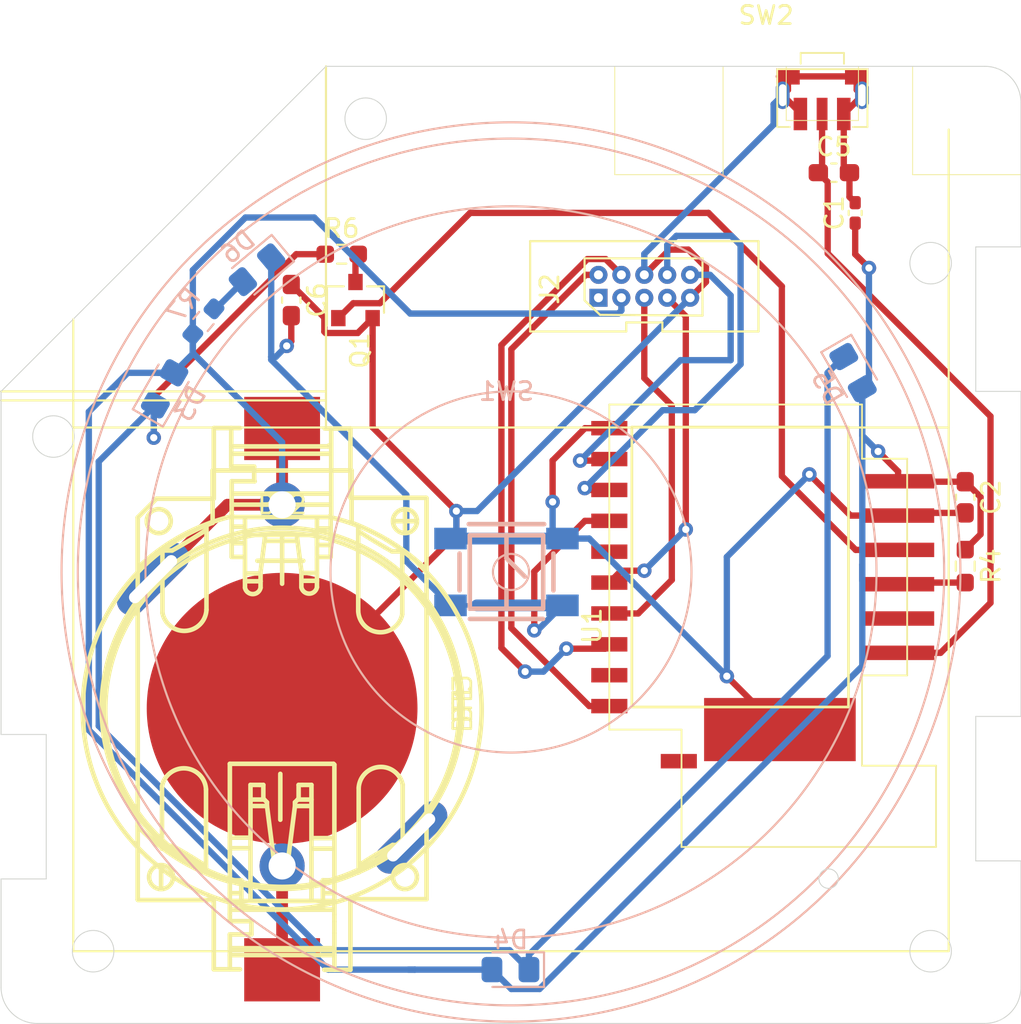
<source format=kicad_pcb>
(kicad_pcb (version 20171130) (host pcbnew "(5.1.9-0-10_14)")

  (general
    (thickness 1.6)
    (drawings 46)
    (tracks 212)
    (zones 0)
    (modules 19)
    (nets 21)
  )

  (page A4)
  (layers
    (0 F.Cu signal)
    (31 B.Cu signal)
    (32 B.Adhes user hide)
    (33 F.Adhes user)
    (34 B.Paste user)
    (35 F.Paste user hide)
    (36 B.SilkS user)
    (37 F.SilkS user)
    (38 B.Mask user)
    (39 F.Mask user)
    (40 Dwgs.User user)
    (41 Cmts.User user)
    (42 Eco1.User user)
    (43 Eco2.User user)
    (44 Edge.Cuts user)
    (45 Margin user)
    (46 B.CrtYd user hide)
    (47 F.CrtYd user hide)
    (48 B.Fab user hide)
    (49 F.Fab user hide)
  )

  (setup
    (last_trace_width 0.35)
    (user_trace_width 0.35)
    (user_trace_width 0.65)
    (trace_clearance 0.2)
    (zone_clearance 0.508)
    (zone_45_only no)
    (trace_min 0.2)
    (via_size 0.8)
    (via_drill 0.4)
    (via_min_size 0.4)
    (via_min_drill 0.3)
    (uvia_size 0.3)
    (uvia_drill 0.1)
    (uvias_allowed no)
    (uvia_min_size 0.2)
    (uvia_min_drill 0.1)
    (edge_width 0.05)
    (segment_width 0.2)
    (pcb_text_width 0.3)
    (pcb_text_size 1.5 1.5)
    (mod_edge_width 0.12)
    (mod_text_size 1 1)
    (mod_text_width 0.15)
    (pad_size 2 2)
    (pad_drill 1.4)
    (pad_to_mask_clearance 0.051)
    (solder_mask_min_width 0.25)
    (aux_axis_origin 0 0)
    (visible_elements FFFFFF7F)
    (pcbplotparams
      (layerselection 0x010fc_ffffffff)
      (usegerberextensions false)
      (usegerberattributes false)
      (usegerberadvancedattributes false)
      (creategerberjobfile false)
      (excludeedgelayer true)
      (linewidth 0.100000)
      (plotframeref false)
      (viasonmask false)
      (mode 1)
      (useauxorigin false)
      (hpglpennumber 1)
      (hpglpenspeed 20)
      (hpglpendiameter 15.000000)
      (psnegative false)
      (psa4output false)
      (plotreference true)
      (plotvalue true)
      (plotinvisibletext false)
      (padsonsilk false)
      (subtractmaskfromsilk false)
      (outputformat 1)
      (mirror false)
      (drillshape 0)
      (scaleselection 1)
      (outputdirectory "mops-tradfri-cr2032/"))
  )

  (net 0 "")
  (net 1 GND)
  (net 2 PB15)
  (net 3 DBG_SWCLK_TCK)
  (net 4 PB14)
  (net 5 DBG_SWDIO_TMS)
  (net 6 +3V3)
  (net 7 DBG_SWO)
  (net 8 RESETn)
  (net 9 +5V)
  (net 10 FTM)
  (net 11 PA0)
  (net 12 PA1)
  (net 13 PB12)
  (net 14 PB13)
  (net 15 PC10)
  (net 16 PC11)
  (net 17 DBG_TDI)
  (net 18 "Net-(D3-Pad1)")
  (net 19 "Net-(Q1-Pad3)")
  (net 20 "Net-(D6-Pad2)")

  (net_class Default "This is the default net class."
    (clearance 0.2)
    (trace_width 0.25)
    (via_dia 0.8)
    (via_drill 0.4)
    (uvia_dia 0.3)
    (uvia_drill 0.1)
    (add_net +3V3)
    (add_net +5V)
    (add_net DBG_SWCLK_TCK)
    (add_net DBG_SWDIO_TMS)
    (add_net DBG_SWO)
    (add_net DBG_TDI)
    (add_net FTM)
    (add_net GND)
    (add_net "Net-(D3-Pad1)")
    (add_net "Net-(D6-Pad2)")
    (add_net "Net-(Q1-Pad3)")
    (add_net PA0)
    (add_net PA1)
    (add_net PB12)
    (add_net PB13)
    (add_net PB14)
    (add_net PB15)
    (add_net PC10)
    (add_net PC11)
    (add_net RESETn)
  )

  (module mybays_connector:BAT-TH_CR2032-BS-6-1 locked (layer F.Cu) (tedit 604D718D) (tstamp 604D7956)
    (at 115.57 82.042 90)
    (path /604E7671)
    (fp_text reference BT3 (at 0 10 90) (layer F.SilkS)
      (effects (font (size 1 1) (thickness 0.15)))
    )
    (fp_text value Battery_Cell (at 0 0 90) (layer F.Fab)
      (effects (font (size 1 1) (thickness 0.15)))
    )
    (fp_line (start -5.5626 -0.9906) (end -5.5626 -1.7526) (layer F.SilkS) (width 0.254))
    (fp_line (start -5.9182 -0.8382) (end -5.9182 -1.7272) (layer F.SilkS) (width 0.254))
    (fp_line (start -4.7498 -1.7526) (end -11.1506 -1.7526) (layer F.SilkS) (width 0.254))
    (fp_line (start -4.7498 -1.2446) (end -4.7498 -1.7526) (layer F.SilkS) (width 0.254))
    (fp_line (start -4.7498 -1.0414) (end -4.7498 -1.2446) (layer F.SilkS) (width 0.254))
    (fp_line (start -5.5118 -1.0414) (end -4.7498 -1.0414) (layer F.SilkS) (width 0.254))
    (fp_line (start -5.715 -0.8382) (end -5.5118 -1.0414) (layer F.SilkS) (width 0.254))
    (fp_line (start -5.9182 -0.8382) (end -5.715 -0.8382) (layer F.SilkS) (width 0.254))
    (fp_line (start -9.0932 -0.4318) (end -5.9182 -0.8382) (layer F.SilkS) (width 0.254))
    (fp_line (start -5.5626 1.6256) (end -5.5626 0.8636) (layer F.SilkS) (width 0.254))
    (fp_line (start -5.9182 1.6002) (end -5.9182 0.7112) (layer F.SilkS) (width 0.254))
    (fp_line (start -4.7498 1.6256) (end -11.1506 1.6256) (layer F.SilkS) (width 0.254))
    (fp_line (start -4.7498 1.1176) (end -4.7498 1.6256) (layer F.SilkS) (width 0.254))
    (fp_line (start -4.7498 0.9144) (end -4.7498 1.1176) (layer F.SilkS) (width 0.254))
    (fp_line (start -5.5118 0.9144) (end -4.7498 0.9144) (layer F.SilkS) (width 0.254))
    (fp_line (start -5.715 0.7112) (end -5.5118 0.9144) (layer F.SilkS) (width 0.254))
    (fp_line (start -5.9182 0.7112) (end -5.715 0.7112) (layer F.SilkS) (width 0.254))
    (fp_line (start -9.0932 0.3048) (end -5.9182 0.7112) (layer F.SilkS) (width 0.254))
    (fp_line (start -10.7442 -2.3114) (end -10.7442 -2.8956) (layer F.SilkS) (width 0.254))
    (fp_line (start -10.033 -2.2606) (end -11.176 -2.2606) (layer F.SilkS) (width 0.254))
    (fp_line (start -10.033 -2.798572) (end -10.033 -2.2606) (layer F.SilkS) (width 0.254))
    (fp_line (start -11.6586 2.794) (end -11.6586 -2.8194) (layer F.SilkS) (width 0.254))
    (fp_line (start -14.1732 2.8956) (end -14.1732 -2.8956) (layer F.SilkS) (width 0.254))
    (fp_line (start -13.7922 2.8702) (end -13.7922 -2.8956) (layer F.SilkS) (width 0.254))
    (fp_line (start -14.9352 -2.8956) (end -14.9606 -2.921) (layer F.SilkS) (width 0.254))
    (fp_line (start -13.0302 -2.8956) (end -14.9352 -2.8956) (layer F.SilkS) (width 0.254))
    (fp_line (start -13.0302 -1.7018) (end -13.0302 -2.8956) (layer F.SilkS) (width 0.254))
    (fp_line (start -12.2936 -1.7018) (end -13.0302 -1.7018) (layer F.SilkS) (width 0.254))
    (fp_line (start -12.2936 -2.8956) (end -12.2936 -1.7018) (layer F.SilkS) (width 0.254))
    (fp_line (start -11.9126 -2.8956) (end -12.2936 -2.8956) (layer F.SilkS) (width 0.254))
    (fp_line (start -3.5814 -2.8956) (end -11.9126 -2.8956) (layer F.SilkS) (width 0.254))
    (fp_line (start -3.5814 2.8448) (end -3.5814 -2.8956) (layer F.SilkS) (width 0.254))
    (fp_line (start -3.6322 2.8956) (end -3.5814 2.8448) (layer F.SilkS) (width 0.254))
    (fp_line (start -11.938 2.8956) (end -3.6322 2.8956) (layer F.SilkS) (width 0.254))
    (fp_line (start -12.319 2.8956) (end -11.938 2.8956) (layer F.SilkS) (width 0.254))
    (fp_line (start -12.954 2.8956) (end -12.319 2.8956) (layer F.SilkS) (width 0.254))
    (fp_line (start -14.9606 2.8956) (end -12.954 2.8956) (layer F.SilkS) (width 0.254))
    (fp_line (start -14.986 2.921) (end -14.9606 2.8956) (layer F.SilkS) (width 0.254))
    (fp_line (start -11.176 2.8448) (end -11.176 -2.8956) (layer F.SilkS) (width 0.254))
    (fp_line (start 8.1534 6.6548) (end 4.699 6.6548) (layer F.SilkS) (width 0.254))
    (fp_line (start 9.5758 4.2164) (end 4.8768 4.2164) (layer F.SilkS) (width 0.254))
    (fp_line (start 8.2296 -6.6294) (end 4.7752 -6.6294) (layer F.SilkS) (width 0.254))
    (fp_line (start 9.652 -4.191) (end 4.953 -4.191) (layer F.SilkS) (width 0.254))
    (fp_line (start -4.7244 6.6802) (end -8.1788 6.6802) (layer F.SilkS) (width 0.254))
    (fp_line (start -4.9022 4.2418) (end -9.6012 4.2418) (layer F.SilkS) (width 0.254))
    (fp_line (start -5.0038 -4.2164) (end -9.652 -4.2164) (layer F.SilkS) (width 0.254))
    (fp_line (start -9.1948 -6.7056) (end -10.4902 -6.7056) (layer F.SilkS) (width 0.254))
    (fp_line (start 9.8552 7.4422) (end 9.8552 6.1722) (layer F.SilkS) (width 0.254))
    (fp_line (start 10.5156 6.8072) (end 9.271 6.8072) (layer F.SilkS) (width 0.254))
    (fp_line (start -11.074806 8.001) (end -11.074806 3.81) (layer F.SilkS) (width 0.254))
    (fp_line (start 11.1252 8.001) (end -11.074806 8.001) (layer F.SilkS) (width 0.254))
    (fp_line (start 11.1506 7.9756) (end 11.1252 8.001) (layer F.SilkS) (width 0.254))
    (fp_line (start 11.1506 3.7846) (end 11.1506 7.9756) (layer F.SilkS) (width 0.254))
    (fp_line (start 14.986 3.7846) (end 11.1506 3.7846) (layer F.SilkS) (width 0.254))
    (fp_line (start 14.986 2.3622) (end 14.986 3.7846) (layer F.SilkS) (width 0.254))
    (fp_line (start -14.986 3.7846) (end -14.986 2.3368) (layer F.SilkS) (width 0.254))
    (fp_line (start -11.074806 3.7846) (end -14.986 3.7846) (layer F.SilkS) (width 0.254))
    (fp_line (start 15.0114 -3.7846) (end 11.100206 -3.7846) (layer F.SilkS) (width 0.254))
    (fp_line (start 15.0114 -2.3368) (end 15.0114 -3.7846) (layer F.SilkS) (width 0.254))
    (fp_line (start -14.9606 -3.7846) (end -14.9606 -2.3368) (layer F.SilkS) (width 0.254))
    (fp_line (start -11.1252 -3.7846) (end -14.9606 -3.7846) (layer F.SilkS) (width 0.254))
    (fp_line (start -11.1252 -7.9756) (end -11.1252 -3.7846) (layer F.SilkS) (width 0.254))
    (fp_line (start -11.0998 -8.001) (end -11.1252 -7.9756) (layer F.SilkS) (width 0.254))
    (fp_line (start 10.0584 -8.001) (end -11.0998 -8.001) (layer F.SilkS) (width 0.254))
    (fp_line (start 11.100206 -6.959194) (end 10.0584 -8.001) (layer F.SilkS) (width 0.254))
    (fp_line (start 11.100206 -3.81) (end 11.100206 -6.959194) (layer F.SilkS) (width 0.254))
    (fp_line (start -8.255 -1.7526) (end -8.255 -2.8956) (layer F.SilkS) (width 0.254))
    (fp_line (start -7.6708 -1.7526) (end -7.6708 -2.8956) (layer F.SilkS) (width 0.254))
    (fp_line (start -7.6962 2.8194) (end -7.6962 1.6764) (layer F.SilkS) (width 0.254))
    (fp_line (start -8.2804 2.8194) (end -8.2804 1.6764) (layer F.SilkS) (width 0.254))
    (fp_line (start -10.033 2.2606) (end -11.176 2.2606) (layer F.SilkS) (width 0.254))
    (fp_line (start -10.033 2.798572) (end -10.033 2.2606) (layer F.SilkS) (width 0.254))
    (fp_line (start -10.7442 2.8956) (end -10.7442 2.3114) (layer F.SilkS) (width 0.254))
    (fp_line (start 12.8778 -1.5494) (end 12.0904 -1.5494) (layer F.SilkS) (width 0.254))
    (fp_line (start 12.8778 -2.8194) (end 12.8778 -1.5494) (layer F.SilkS) (width 0.254))
    (fp_line (start 15.0114 -2.8194) (end 12.8778 -2.8194) (layer F.SilkS) (width 0.254))
    (fp_line (start 14.958974 2.719426) (end 10.0838 2.719426) (layer F.SilkS) (width 0.254))
    (fp_line (start 10.7696 2.6924) (end 10.7696 -2.794) (layer F.SilkS) (width 0.254))
    (fp_line (start 11.3792 2.667) (end 11.3792 -2.7432) (layer F.SilkS) (width 0.254))
    (fp_line (start 13.589 2.7178) (end 13.589 -2.794) (layer F.SilkS) (width 0.254))
    (fp_line (start 13.9954 2.54) (end 13.9954 -2.8194) (layer F.SilkS) (width 0.254))
    (fp_line (start 10.0838 -2.794) (end 8.636 -2.794) (layer F.SilkS) (width 0.254))
    (fp_line (start 9.5504 -2.0828) (end 9.5504 -2.794) (layer F.SilkS) (width 0.254))
    (fp_line (start 9.4488 2.6416) (end 9.4488 1.9304) (layer F.SilkS) (width 0.254))
    (fp_line (start 8.5344 1.9304) (end 8.5344 2.667) (layer F.SilkS) (width 0.254))
    (fp_line (start 9.9822 1.9304) (end 8.5344 1.9304) (layer F.SilkS) (width 0.254))
    (fp_line (start 9.0932 -2.0574) (end 6.1722 -2.0574) (layer F.SilkS) (width 0.254))
    (fp_line (start 9.0932 1.8542) (end 9.0932 -2.0574) (layer F.SilkS) (width 0.254))
    (fp_line (start 6.5278 -1.1938) (end 6.1722 -1.1938) (layer F.SilkS) (width 0.254))
    (fp_line (start 6.5278 -1.1938) (end 6.5278 -2.0574) (layer F.SilkS) (width 0.254))
    (fp_line (start 6.9596 -1.1938) (end 6.5278 -1.1938) (layer F.SilkS) (width 0.254))
    (fp_line (start 6.9596 -2.0574) (end 6.9596 -1.1938) (layer F.SilkS) (width 0.254))
    (fp_line (start 9.039174 -0.940003) (end 6.914972 -1.21191) (layer F.SilkS) (width 0.254))
    (fp_line (start 9.1186 1.9304) (end 6.1976 1.9304) (layer F.SilkS) (width 0.254))
    (fp_line (start 6.5532 1.0668) (end 6.1976 1.0668) (layer F.SilkS) (width 0.254))
    (fp_line (start 6.985 1.9304) (end 6.985 1.0668) (layer F.SilkS) (width 0.254))
    (fp_line (start 7.08185 1.0668) (end 9.064574 0.813003) (layer F.SilkS) (width 0.254))
    (fp_line (start 6.5532 1.0668) (end 7.08185 1.0668) (layer F.SilkS) (width 0.254))
    (fp_line (start 6.5532 1.9304) (end 6.5532 1.0668) (layer F.SilkS) (width 0.254))
    (fp_line (start 8.763 0.854862) (end 8.763 -0.9398) (layer F.SilkS) (width 0.254))
    (fp_line (start 8.636 -2.0574) (end 10.0838 -2.0574) (layer F.SilkS) (width 0.254))
    (fp_line (start 8.636 -2.794) (end 8.636 -2.0574) (layer F.SilkS) (width 0.254))
    (fp_line (start 7.874 -2.794) (end 8.636 -2.794) (layer F.SilkS) (width 0.254))
    (fp_line (start 7.874 -2.1082) (end 7.874 -2.794) (layer F.SilkS) (width 0.254))
    (fp_line (start 7.874 2.6924) (end 7.874 1.9304) (layer F.SilkS) (width 0.254))
    (fp_line (start 10.0838 2.6924) (end 7.874 2.6924) (layer F.SilkS) (width 0.254))
    (fp_line (start 10.0838 -2.794) (end 10.0838 2.6924) (layer F.SilkS) (width 0.254))
    (fp_line (start 12.065 -2.794) (end 10.0838 -2.794) (layer F.SilkS) (width 0.254))
    (fp_line (start 12.065 -1.524) (end 12.065 -2.794) (layer F.SilkS) (width 0.254))
    (fp_line (start -8.2804 -6.6548) (end -4.826 -6.6548) (layer F.SilkS) (width 0.254))
    (fp_line (start -8.128 -6.6548) (end -8.2804 -6.6548) (layer F.SilkS) (width 0.254))
    (fp_line (start -8.128 -6.0706) (end -8.128 -6.6548) (layer F.SilkS) (width 0.254))
    (fp_line (start 8.2296 -6.096) (end 8.2296 -6.6802) (layer F.SilkS) (width 0.254))
    (fp_line (start -8.0772 6.7056) (end -8.0772 6.1214) (layer F.SilkS) (width 0.254))
    (fp_line (start 8.1788 6.6802) (end 8.1788 6.096) (layer F.SilkS) (width 0.254))
    (fp_arc (start -8.7249 -0.0635) (end -9.0932 0.3048) (angle 89.999981) (layer F.SilkS) (width 0.254))
    (fp_arc (start 0.901895 -0.17539) (end -7.04596 7.95782) (angle 29.726927) (layer F.SilkS) (width 0.254))
    (fp_arc (start 4.93452 5.446291) (end 4.699 6.6548) (angle 166.28521) (layer F.SilkS) (width 0.254))
    (fp_arc (start 5.01072 -5.420891) (end 4.953 -4.191) (angle 166.28521) (layer F.SilkS) (width 0.254))
    (fp_arc (start -4.98532 5.471691) (end -4.9276 4.2418) (angle 166.28521) (layer F.SilkS) (width 0.254))
    (fp_arc (start -5.06152 -5.446291) (end -4.826 -6.6548) (angle 166.28521) (layer F.SilkS) (width 0.254))
    (fp_arc (start -0.928173 -0.110226) (end 7.28726 -7.97306) (angle 30.356194) (layer F.SilkS) (width 0.254))
    (fp_arc (start 0.824282 0.217067) (end -10.11682 -2.8829) (angle 30.456361) (layer F.SilkS) (width 0.254))
    (fp_arc (start 9.85647 -6.833329) (end 9.86282 -7.49808) (angle 358.905404) (layer F.SilkS) (width 0.254))
    (fp_arc (start 9.85647 6.806471) (end 9.86282 6.14172) (angle 358.905404) (layer F.SilkS) (width 0.254))
    (fp_arc (start -9.85393 6.806471) (end -9.84758 6.14172) (angle 358.905404) (layer F.SilkS) (width 0.254))
    (fp_arc (start -9.85393 -6.706329) (end -9.84758 -7.37108) (angle 358.905404) (layer F.SilkS) (width 0.254))
    (fp_arc (start 12.0904 -1.524) (end 12.065 -1.524) (angle 90) (layer F.SilkS) (width 0.254))
    (fp_arc (start 10.1854 -2.7432) (end 10.1346 -2.7432) (angle 90) (layer F.SilkS) (width 0.254))
    (fp_arc (start -1.001833 0.087366) (end 10.06094 2.72034) (angle 30.356194) (layer F.SilkS) (width 0.254))
    (fp_arc (start 10.060069 2.645796) (end 10.1346 2.64414) (angle 90.603783) (layer F.SilkS) (width 0.254))
    (fp_arc (start 14.95898 2.69332) (end 14.986 2.6924) (angle 93.899741) (layer F.SilkS) (width 0.254))
    (fp_arc (start 10.7442 2.6924) (end 10.7696 2.6924) (angle 90) (layer F.SilkS) (width 0.254))
    (fp_arc (start 11.3284 2.667) (end 11.3792 2.667) (angle 90) (layer F.SilkS) (width 0.254))
    (fp_arc (start 14.0462 2.54) (end 14.0462 2.5908) (angle 90) (layer F.SilkS) (width 0.254))
    (fp_arc (start 10.0838 1.9812) (end 10.033 1.9812) (angle 90) (layer F.SilkS) (width 0.254))
    (fp_arc (start 6.256561 -1.6256) (end 6.1722 -1.1938) (angle 157.890807) (layer F.SilkS) (width 0.254))
    (fp_arc (start 6.281961 1.4986) (end 6.1976 1.9304) (angle 157.890807) (layer F.SilkS) (width 0.254))
    (fp_arc (start -33.428781 -20.056475) (end -8.128 -6.0706) (angle 4.291821) (layer F.SilkS) (width 0.254))
    (fp_arc (start 33.530381 -20.081875) (end 9.3472 -4.2418) (angle 4.291821) (layer F.SilkS) (width 0.254))
    (fp_arc (start -33.377981 20.107275) (end -9.1948 4.2672) (angle 4.291821) (layer F.SilkS) (width 0.254))
    (fp_arc (start 33.479581 20.081875) (end 8.1788 6.096) (angle 4.291821) (layer F.SilkS) (width 0.254))
    (pad 1 smd rect (at 14.987778 0 90) (size 3.499993 4.199992) (layers F.Cu F.Paste F.Mask)
      (net 6 +3V3))
    (pad 2 smd rect (at -14.987778 0 90) (size 3.499993 4.199992) (layers F.Cu F.Paste F.Mask)
      (net 1 GND))
  )

  (module mybays_connector:BAT-TH_BS-2-1 locked (layer F.Cu) (tedit 604D70BE) (tstamp 604D78C2)
    (at 115.57 81.28 180)
    (path /604E7356)
    (fp_text reference BT2 (at 0 10) (layer F.SilkS)
      (effects (font (size 1 1) (thickness 0.15)))
    )
    (fp_text value Battery_Cell (at 0 0) (layer F.Fab)
      (effects (font (size 1 1) (thickness 0.15)))
    )
    (fp_line (start 1.370076 6.899885) (end -1.169924 6.899885) (layer F.SilkS) (width 0.254))
    (fp_line (start 0.100076 -4.900143) (end 0.100076 -7.440143) (layer F.SilkS) (width 0.254))
    (fp_line (start 0.000076 8.169885) (end 0.000076 5.629885) (layer F.SilkS) (width 0.254))
    (fp_line (start -3.849929 11.899875) (end 3.850081 11.899875) (layer F.SilkS) (width 0.254))
    (fp_line (start -3.849929 11.899875) (end -3.849929 9.09988) (layer F.SilkS) (width 0.254))
    (fp_line (start 3.850081 11.899875) (end 3.850081 8.99988) (layer F.SilkS) (width 0.254))
    (fp_arc (start -0.005243 -1.355691) (end 4.111752 7.541285) (angle 359.429932) (layer F.SilkS) (width 0.254))
    (fp_arc (start -0.004967 -1.355838) (end -3.839896 9.007348) (angle 319.274426) (layer F.SilkS) (width 0.254))
    (pad 2 thru_hole circle (at 0 -9.99998 270) (size 2.499995 2.499995) (drill 1.500022) (layers *.Cu *.Mask)
      (net 1 GND))
    (pad 1 thru_hole circle (at 0 9.99998 270) (size 2.499995 2.499995) (drill 1.500022) (layers *.Cu *.Mask)
      (net 6 +3V3))
  )

  (module mybays_connector:CR2032_HOUSING (layer F.Cu) (tedit 604D6ECB) (tstamp 604D78B4)
    (at 115.57 82.55 90)
    (path /604DBE21)
    (fp_text reference BT1 (at 0 10 90) (layer F.SilkS)
      (effects (font (size 1 1) (thickness 0.15)))
    )
    (fp_text value Battery_Cell (at 0 0 90) (layer F.Fab)
      (effects (font (size 1 1) (thickness 0.15)))
    )
    (fp_circle (center 0 0) (end 0 9.99998) (layer F.SilkS) (width 0.254))
    (pad 3 thru_hole oval (at -7.1501 7.1501 135) (size 1.599997 4.99999) (drill oval 0.649986 3.499968) (layers *.Cu *.Mask))
    (pad 1 thru_hole oval (at 7.1501 -7.1501 135) (size 1.599997 4.99999) (drill oval 0.649986 3.500044) (layers *.Cu *.Mask)
      (net 6 +3V3))
    (pad 2 smd circle (at 0 0 90) (size 14.999995 14.999995) (layers F.Cu F.Paste F.Mask)
      (net 1 GND))
  )

  (module Resistor_SMD:R_0603_1608Metric_Pad0.98x0.95mm_HandSolder (layer B.Cu) (tedit 5F68FEEE) (tstamp 601987D3)
    (at 111.21 61.13 230)
    (descr "Resistor SMD 0603 (1608 Metric), square (rectangular) end terminal, IPC_7351 nominal with elongated pad for handsoldering. (Body size source: IPC-SM-782 page 72, https://www.pcb-3d.com/wordpress/wp-content/uploads/ipc-sm-782a_amendment_1_and_2.pdf), generated with kicad-footprint-generator")
    (tags "resistor handsolder")
    (path /602DB22F)
    (attr smd)
    (fp_text reference R7 (at 0.000001 1.43 50) (layer B.SilkS)
      (effects (font (size 1 1) (thickness 0.15)) (justify mirror))
    )
    (fp_text value 1k (at -0.000001 -1.43 50) (layer B.Fab)
      (effects (font (size 1 1) (thickness 0.15)) (justify mirror))
    )
    (fp_line (start -0.8 -0.4125) (end -0.8 0.4125) (layer B.Fab) (width 0.1))
    (fp_line (start -0.8 0.4125) (end 0.8 0.4125) (layer B.Fab) (width 0.1))
    (fp_line (start 0.8 0.4125) (end 0.8 -0.4125) (layer B.Fab) (width 0.1))
    (fp_line (start 0.8 -0.4125) (end -0.8 -0.4125) (layer B.Fab) (width 0.1))
    (fp_line (start -0.254724 0.5225) (end 0.254724 0.5225) (layer B.SilkS) (width 0.12))
    (fp_line (start -0.254724 -0.5225) (end 0.254724 -0.5225) (layer B.SilkS) (width 0.12))
    (fp_line (start -1.65 -0.73) (end -1.65 0.73) (layer B.CrtYd) (width 0.05))
    (fp_line (start -1.65 0.73) (end 1.65 0.73) (layer B.CrtYd) (width 0.05))
    (fp_line (start 1.65 0.73) (end 1.65 -0.73) (layer B.CrtYd) (width 0.05))
    (fp_line (start 1.65 -0.73) (end -1.65 -0.73) (layer B.CrtYd) (width 0.05))
    (fp_text user %R (at 0 0 50) (layer B.Fab)
      (effects (font (size 0.4 0.4) (thickness 0.06)) (justify mirror))
    )
    (pad 2 smd roundrect (at 0.9125 0 230) (size 0.975 0.95) (layers B.Cu B.Paste B.Mask) (roundrect_rratio 0.25)
      (net 6 +3V3))
    (pad 1 smd roundrect (at -0.9125 0 230) (size 0.975 0.95) (layers B.Cu B.Paste B.Mask) (roundrect_rratio 0.25)
      (net 20 "Net-(D6-Pad2)"))
    (model ${KISYS3DMOD}/Resistor_SMD.3dshapes/R_0603_1608Metric.wrl
      (at (xyz 0 0 0))
      (scale (xyz 1 1 1))
      (rotate (xyz 0 0 0))
    )
  )

  (module LED_SMD:LED_0805_2012Metric_Pad1.15x1.40mm_HandSolder (layer B.Cu) (tedit 5F68FEF1) (tstamp 60198630)
    (at 114.181143 58.265196 220)
    (descr "LED SMD 0805 (2012 Metric), square (rectangular) end terminal, IPC_7351 nominal, (Body size source: https://docs.google.com/spreadsheets/d/1BsfQQcO9C6DZCsRaXUlFlo91Tg2WpOkGARC1WS5S8t0/edit?usp=sharing), generated with kicad-footprint-generator")
    (tags "LED handsolder")
    (path /602CEE71)
    (attr smd)
    (fp_text reference D6 (at 0.000001 1.65 40) (layer B.SilkS)
      (effects (font (size 1 1) (thickness 0.15)) (justify mirror))
    )
    (fp_text value LED (at -0.000001 -1.65 40) (layer B.Fab)
      (effects (font (size 1 1) (thickness 0.15)) (justify mirror))
    )
    (fp_line (start 1 0.6) (end -0.7 0.6) (layer B.Fab) (width 0.1))
    (fp_line (start -0.7 0.6) (end -1 0.3) (layer B.Fab) (width 0.1))
    (fp_line (start -1 0.3) (end -1 -0.6) (layer B.Fab) (width 0.1))
    (fp_line (start -1 -0.6) (end 1 -0.6) (layer B.Fab) (width 0.1))
    (fp_line (start 1 -0.6) (end 1 0.6) (layer B.Fab) (width 0.1))
    (fp_line (start 1 0.96) (end -1.86 0.96) (layer B.SilkS) (width 0.12))
    (fp_line (start -1.86 0.96) (end -1.86 -0.96) (layer B.SilkS) (width 0.12))
    (fp_line (start -1.86 -0.96) (end 1 -0.96) (layer B.SilkS) (width 0.12))
    (fp_line (start -1.85 -0.95) (end -1.85 0.95) (layer B.CrtYd) (width 0.05))
    (fp_line (start -1.85 0.95) (end 1.85 0.95) (layer B.CrtYd) (width 0.05))
    (fp_line (start 1.85 0.95) (end 1.85 -0.95) (layer B.CrtYd) (width 0.05))
    (fp_line (start 1.85 -0.95) (end -1.85 -0.95) (layer B.CrtYd) (width 0.05))
    (fp_text user %R (at 0 0 40) (layer B.Fab)
      (effects (font (size 0.5 0.5) (thickness 0.08)) (justify mirror))
    )
    (pad 2 smd roundrect (at 1.025 0 220) (size 1.15 1.4) (layers B.Cu B.Paste B.Mask) (roundrect_rratio 0.2173904347826087)
      (net 20 "Net-(D6-Pad2)"))
    (pad 1 smd roundrect (at -1.025 0 220) (size 1.15 1.4) (layers B.Cu B.Paste B.Mask) (roundrect_rratio 0.2173904347826087)
      (net 15 PC10))
    (model ${KISYS3DMOD}/LED_SMD.3dshapes/LED_0805_2012Metric.wrl
      (at (xyz 0 0 0))
      (scale (xyz 1 1 1))
      (rotate (xyz 0 0 0))
    )
  )

  (module mybays_connector:KEY-SMD_4P-L5.2-W5.2-P3.70-LS6.4-MOPS (layer B.Cu) (tedit 6019392D) (tstamp 5F3DC435)
    (at 128 75)
    (path /5F3D84CA)
    (fp_text reference SW1 (at 0 -10) (layer B.SilkS)
      (effects (font (size 1 1) (thickness 0.15)) (justify mirror))
    )
    (fp_text value Toggle (at 0 0) (layer B.Fab)
      (effects (font (size 1 1) (thickness 0.15)) (justify mirror))
    )
    (fp_line (start -2.02499 2.600122) (end 2.02499 2.600122) (layer B.SilkS) (width 0.254))
    (fp_line (start -2.599995 1.019048) (end -2.599995 -1.018794) (layer B.SilkS) (width 0.254))
    (fp_line (start 2.599995 -1.018794) (end 2.599995 1.019048) (layer B.SilkS) (width 0.254))
    (fp_line (start -2.086839 -2.64988) (end 2.086839 -2.64988) (layer B.SilkS) (width 0.254))
    (fp_line (start -2.032 -2.031873) (end -2.032 2.032127) (layer B.SilkS) (width 0.254))
    (fp_line (start 2.032 -2.031873) (end -2.032 -2.031873) (layer B.SilkS) (width 0.254))
    (fp_line (start 2.032 2.032127) (end 2.032 -2.031873) (layer B.SilkS) (width 0.254))
    (fp_line (start -2.032 2.032127) (end 2.032 2.032127) (layer B.SilkS) (width 0.254))
    (fp_line (start 0 2.032127) (end 0 1.016127) (layer B.SilkS) (width 0.254))
    (fp_line (start 0 -0.761873) (end 1.016 0.254127) (layer B.SilkS) (width 0.254))
    (fp_line (start 0 -2.031873) (end 0 -0.761873) (layer B.SilkS) (width 0.254))
    (pad 4 smd rect (at 3.10007 -1.850009) (size 1.799996 1.199896) (layers B.Cu B.Paste B.Mask)
      (net 1 GND))
    (pad 3 smd rect (at 3.10007 1.850009) (size 1.799996 1.199896) (layers B.Cu B.Paste B.Mask)
      (net 15 PC10))
    (pad 2 smd rect (at -3.10007 -1.850009) (size 1.799996 1.199896) (layers B.Cu B.Paste B.Mask)
      (net 1 GND))
    (pad 1 smd rect (at -3.10007 1.850009) (size 1.799996 1.199896) (layers B.Cu B.Paste B.Mask)
      (net 15 PC10))
  )

  (module Resistor_SMD:R_0603_1608Metric_Pad0.98x0.95mm_HandSolder (layer F.Cu) (tedit 5F68FEEE) (tstamp 6015D762)
    (at 118.872 57.404)
    (descr "Resistor SMD 0603 (1608 Metric), square (rectangular) end terminal, IPC_7351 nominal with elongated pad for handsoldering. (Body size source: IPC-SM-782 page 72, https://www.pcb-3d.com/wordpress/wp-content/uploads/ipc-sm-782a_amendment_1_and_2.pdf), generated with kicad-footprint-generator")
    (tags "resistor handsolder")
    (path /60197C0C)
    (attr smd)
    (fp_text reference R6 (at 0 -1.43) (layer F.SilkS)
      (effects (font (size 1 1) (thickness 0.15)))
    )
    (fp_text value 1k (at 0 1.43) (layer F.Fab)
      (effects (font (size 1 1) (thickness 0.15)))
    )
    (fp_line (start -0.8 0.4125) (end -0.8 -0.4125) (layer F.Fab) (width 0.1))
    (fp_line (start -0.8 -0.4125) (end 0.8 -0.4125) (layer F.Fab) (width 0.1))
    (fp_line (start 0.8 -0.4125) (end 0.8 0.4125) (layer F.Fab) (width 0.1))
    (fp_line (start 0.8 0.4125) (end -0.8 0.4125) (layer F.Fab) (width 0.1))
    (fp_line (start -0.254724 -0.5225) (end 0.254724 -0.5225) (layer F.SilkS) (width 0.12))
    (fp_line (start -0.254724 0.5225) (end 0.254724 0.5225) (layer F.SilkS) (width 0.12))
    (fp_line (start -1.65 0.73) (end -1.65 -0.73) (layer F.CrtYd) (width 0.05))
    (fp_line (start -1.65 -0.73) (end 1.65 -0.73) (layer F.CrtYd) (width 0.05))
    (fp_line (start 1.65 -0.73) (end 1.65 0.73) (layer F.CrtYd) (width 0.05))
    (fp_line (start 1.65 0.73) (end -1.65 0.73) (layer F.CrtYd) (width 0.05))
    (fp_text user %R (at 0 0) (layer F.Fab)
      (effects (font (size 0.4 0.4) (thickness 0.06)))
    )
    (pad 2 smd roundrect (at 0.9125 0) (size 0.975 0.95) (layers F.Cu F.Paste F.Mask) (roundrect_rratio 0.25)
      (net 19 "Net-(Q1-Pad3)"))
    (pad 1 smd roundrect (at -0.9125 0) (size 0.975 0.95) (layers F.Cu F.Paste F.Mask) (roundrect_rratio 0.25)
      (net 18 "Net-(D3-Pad1)"))
    (model ${KISYS3DMOD}/Resistor_SMD.3dshapes/R_0603_1608Metric.wrl
      (at (xyz 0 0 0))
      (scale (xyz 1 1 1))
      (rotate (xyz 0 0 0))
    )
  )

  (module Resistor_SMD:R_0603_1608Metric_Pad0.98x0.95mm_HandSolder (layer F.Cu) (tedit 5F68FEEE) (tstamp 6015D740)
    (at 153.416 74.676 270)
    (descr "Resistor SMD 0603 (1608 Metric), square (rectangular) end terminal, IPC_7351 nominal with elongated pad for handsoldering. (Body size source: IPC-SM-782 page 72, https://www.pcb-3d.com/wordpress/wp-content/uploads/ipc-sm-782a_amendment_1_and_2.pdf), generated with kicad-footprint-generator")
    (tags "resistor handsolder")
    (path /6019EBE6)
    (attr smd)
    (fp_text reference R4 (at 0 -1.43 90) (layer F.SilkS)
      (effects (font (size 1 1) (thickness 0.15)))
    )
    (fp_text value 1k (at 0 1.43 90) (layer F.Fab)
      (effects (font (size 1 1) (thickness 0.15)))
    )
    (fp_line (start -0.8 0.4125) (end -0.8 -0.4125) (layer F.Fab) (width 0.1))
    (fp_line (start -0.8 -0.4125) (end 0.8 -0.4125) (layer F.Fab) (width 0.1))
    (fp_line (start 0.8 -0.4125) (end 0.8 0.4125) (layer F.Fab) (width 0.1))
    (fp_line (start 0.8 0.4125) (end -0.8 0.4125) (layer F.Fab) (width 0.1))
    (fp_line (start -0.254724 -0.5225) (end 0.254724 -0.5225) (layer F.SilkS) (width 0.12))
    (fp_line (start -0.254724 0.5225) (end 0.254724 0.5225) (layer F.SilkS) (width 0.12))
    (fp_line (start -1.65 0.73) (end -1.65 -0.73) (layer F.CrtYd) (width 0.05))
    (fp_line (start -1.65 -0.73) (end 1.65 -0.73) (layer F.CrtYd) (width 0.05))
    (fp_line (start 1.65 -0.73) (end 1.65 0.73) (layer F.CrtYd) (width 0.05))
    (fp_line (start 1.65 0.73) (end -1.65 0.73) (layer F.CrtYd) (width 0.05))
    (fp_text user %R (at 0 0 90) (layer F.Fab)
      (effects (font (size 0.4 0.4) (thickness 0.06)))
    )
    (pad 2 smd roundrect (at 0.9125 0 270) (size 0.975 0.95) (layers F.Cu F.Paste F.Mask) (roundrect_rratio 0.25)
      (net 13 PB12))
    (pad 1 smd roundrect (at -0.9125 0 270) (size 0.975 0.95) (layers F.Cu F.Paste F.Mask) (roundrect_rratio 0.25)
      (net 6 +3V3))
    (model ${KISYS3DMOD}/Resistor_SMD.3dshapes/R_0603_1608Metric.wrl
      (at (xyz 0 0 0))
      (scale (xyz 1 1 1))
      (rotate (xyz 0 0 0))
    )
  )

  (module Package_TO_SOT_SMD:SOT-23 (layer F.Cu) (tedit 5A02FF57) (tstamp 6015DD32)
    (at 119.634 59.944 90)
    (descr "SOT-23, Standard")
    (tags SOT-23)
    (path /6018F3FA)
    (attr smd)
    (fp_text reference Q1 (at -2.794 0.254 90) (layer F.SilkS)
      (effects (font (size 1 1) (thickness 0.15)))
    )
    (fp_text value 2N7002 (at 0 2.5 90) (layer F.Fab)
      (effects (font (size 1 1) (thickness 0.15)))
    )
    (fp_line (start -0.7 -0.95) (end -0.7 1.5) (layer F.Fab) (width 0.1))
    (fp_line (start -0.15 -1.52) (end 0.7 -1.52) (layer F.Fab) (width 0.1))
    (fp_line (start -0.7 -0.95) (end -0.15 -1.52) (layer F.Fab) (width 0.1))
    (fp_line (start 0.7 -1.52) (end 0.7 1.52) (layer F.Fab) (width 0.1))
    (fp_line (start -0.7 1.52) (end 0.7 1.52) (layer F.Fab) (width 0.1))
    (fp_line (start 0.76 1.58) (end 0.76 0.65) (layer F.SilkS) (width 0.12))
    (fp_line (start 0.76 -1.58) (end 0.76 -0.65) (layer F.SilkS) (width 0.12))
    (fp_line (start -1.7 -1.75) (end 1.7 -1.75) (layer F.CrtYd) (width 0.05))
    (fp_line (start 1.7 -1.75) (end 1.7 1.75) (layer F.CrtYd) (width 0.05))
    (fp_line (start 1.7 1.75) (end -1.7 1.75) (layer F.CrtYd) (width 0.05))
    (fp_line (start -1.7 1.75) (end -1.7 -1.75) (layer F.CrtYd) (width 0.05))
    (fp_line (start 0.76 -1.58) (end -1.4 -1.58) (layer F.SilkS) (width 0.12))
    (fp_line (start 0.76 1.58) (end -0.7 1.58) (layer F.SilkS) (width 0.12))
    (fp_text user %R (at 0 0) (layer F.Fab)
      (effects (font (size 0.5 0.5) (thickness 0.075)))
    )
    (pad 3 smd rect (at 1 0 90) (size 0.9 0.8) (layers F.Cu F.Paste F.Mask)
      (net 19 "Net-(Q1-Pad3)"))
    (pad 2 smd rect (at -1 0.95 90) (size 0.9 0.8) (layers F.Cu F.Paste F.Mask)
      (net 1 GND))
    (pad 1 smd rect (at -1 -0.95 90) (size 0.9 0.8) (layers F.Cu F.Paste F.Mask)
      (net 14 PB13))
    (model ${KISYS3DMOD}/Package_TO_SOT_SMD.3dshapes/SOT-23.wrl
      (at (xyz 0 0 0))
      (scale (xyz 1 1 1))
      (rotate (xyz 0 0 0))
    )
  )

  (module LED_SMD:LED_0805_2012Metric_Pad1.15x1.40mm_HandSolder (layer B.Cu) (tedit 5F68FEF1) (tstamp 6015D63D)
    (at 147.2 63.96 300)
    (descr "LED SMD 0805 (2012 Metric), square (rectangular) end terminal, IPC_7351 nominal, (Body size source: https://docs.google.com/spreadsheets/d/1BsfQQcO9C6DZCsRaXUlFlo91Tg2WpOkGARC1WS5S8t0/edit?usp=sharing), generated with kicad-footprint-generator")
    (tags "LED handsolder")
    (path /601BB39D)
    (attr smd)
    (fp_text reference D5 (at 0 1.65 120) (layer B.SilkS)
      (effects (font (size 1 1) (thickness 0.15)) (justify mirror))
    )
    (fp_text value LED (at 0 -1.65 120) (layer B.Fab)
      (effects (font (size 1 1) (thickness 0.15)) (justify mirror))
    )
    (fp_line (start 1 0.6) (end -0.7 0.6) (layer B.Fab) (width 0.1))
    (fp_line (start -0.7 0.6) (end -1 0.3) (layer B.Fab) (width 0.1))
    (fp_line (start -1 0.3) (end -1 -0.6) (layer B.Fab) (width 0.1))
    (fp_line (start -1 -0.6) (end 1 -0.6) (layer B.Fab) (width 0.1))
    (fp_line (start 1 -0.6) (end 1 0.6) (layer B.Fab) (width 0.1))
    (fp_line (start 1 0.96) (end -1.86 0.96) (layer B.SilkS) (width 0.12))
    (fp_line (start -1.86 0.96) (end -1.86 -0.96) (layer B.SilkS) (width 0.12))
    (fp_line (start -1.86 -0.96) (end 1 -0.96) (layer B.SilkS) (width 0.12))
    (fp_line (start -1.85 -0.95) (end -1.85 0.95) (layer B.CrtYd) (width 0.05))
    (fp_line (start -1.85 0.95) (end 1.85 0.95) (layer B.CrtYd) (width 0.05))
    (fp_line (start 1.85 0.95) (end 1.85 -0.95) (layer B.CrtYd) (width 0.05))
    (fp_line (start 1.85 -0.95) (end -1.85 -0.95) (layer B.CrtYd) (width 0.05))
    (fp_text user %R (at 0 0 120) (layer B.Fab)
      (effects (font (size 0.5 0.5) (thickness 0.08)) (justify mirror))
    )
    (pad 2 smd roundrect (at 1.025 0 300) (size 1.15 1.4) (layers B.Cu B.Paste B.Mask) (roundrect_rratio 0.2173904347826087)
      (net 6 +3V3))
    (pad 1 smd roundrect (at -1.025 0 300) (size 1.15 1.4) (layers B.Cu B.Paste B.Mask) (roundrect_rratio 0.2173904347826087)
      (net 18 "Net-(D3-Pad1)"))
    (model ${KISYS3DMOD}/LED_SMD.3dshapes/LED_0805_2012Metric.wrl
      (at (xyz 0 0 0))
      (scale (xyz 1 1 1))
      (rotate (xyz 0 0 0))
    )
  )

  (module LED_SMD:LED_0805_2012Metric_Pad1.15x1.40mm_HandSolder (layer B.Cu) (tedit 5F68FEF1) (tstamp 6015D62A)
    (at 128.22 97.02 180)
    (descr "LED SMD 0805 (2012 Metric), square (rectangular) end terminal, IPC_7351 nominal, (Body size source: https://docs.google.com/spreadsheets/d/1BsfQQcO9C6DZCsRaXUlFlo91Tg2WpOkGARC1WS5S8t0/edit?usp=sharing), generated with kicad-footprint-generator")
    (tags "LED handsolder")
    (path /6018CD5F)
    (attr smd)
    (fp_text reference D4 (at 0 1.65) (layer B.SilkS)
      (effects (font (size 1 1) (thickness 0.15)) (justify mirror))
    )
    (fp_text value LED (at 0 -1.65) (layer B.Fab)
      (effects (font (size 1 1) (thickness 0.15)) (justify mirror))
    )
    (fp_line (start 1 0.6) (end -0.7 0.6) (layer B.Fab) (width 0.1))
    (fp_line (start -0.7 0.6) (end -1 0.3) (layer B.Fab) (width 0.1))
    (fp_line (start -1 0.3) (end -1 -0.6) (layer B.Fab) (width 0.1))
    (fp_line (start -1 -0.6) (end 1 -0.6) (layer B.Fab) (width 0.1))
    (fp_line (start 1 -0.6) (end 1 0.6) (layer B.Fab) (width 0.1))
    (fp_line (start 1 0.96) (end -1.86 0.96) (layer B.SilkS) (width 0.12))
    (fp_line (start -1.86 0.96) (end -1.86 -0.96) (layer B.SilkS) (width 0.12))
    (fp_line (start -1.86 -0.96) (end 1 -0.96) (layer B.SilkS) (width 0.12))
    (fp_line (start -1.85 -0.95) (end -1.85 0.95) (layer B.CrtYd) (width 0.05))
    (fp_line (start -1.85 0.95) (end 1.85 0.95) (layer B.CrtYd) (width 0.05))
    (fp_line (start 1.85 0.95) (end 1.85 -0.95) (layer B.CrtYd) (width 0.05))
    (fp_line (start 1.85 -0.95) (end -1.85 -0.95) (layer B.CrtYd) (width 0.05))
    (fp_text user %R (at 0 0) (layer B.Fab)
      (effects (font (size 0.5 0.5) (thickness 0.08)) (justify mirror))
    )
    (pad 2 smd roundrect (at 1.025 0 180) (size 1.15 1.4) (layers B.Cu B.Paste B.Mask) (roundrect_rratio 0.2173904347826087)
      (net 6 +3V3))
    (pad 1 smd roundrect (at -1.025 0 180) (size 1.15 1.4) (layers B.Cu B.Paste B.Mask) (roundrect_rratio 0.2173904347826087)
      (net 18 "Net-(D3-Pad1)"))
    (model ${KISYS3DMOD}/LED_SMD.3dshapes/LED_0805_2012Metric.wrl
      (at (xyz 0 0 0))
      (scale (xyz 1 1 1))
      (rotate (xyz 0 0 0))
    )
  )

  (module LED_SMD:LED_0805_2012Metric_Pad1.15x1.40mm_HandSolder (layer B.Cu) (tedit 5F68FEF1) (tstamp 6015D617)
    (at 109.06 64.86 60)
    (descr "LED SMD 0805 (2012 Metric), square (rectangular) end terminal, IPC_7351 nominal, (Body size source: https://docs.google.com/spreadsheets/d/1BsfQQcO9C6DZCsRaXUlFlo91Tg2WpOkGARC1WS5S8t0/edit?usp=sharing), generated with kicad-footprint-generator")
    (tags "LED handsolder")
    (path /601BA77B)
    (attr smd)
    (fp_text reference D3 (at 0 1.65 60) (layer B.SilkS)
      (effects (font (size 1 1) (thickness 0.15)) (justify mirror))
    )
    (fp_text value LED (at 0 -1.65 60) (layer B.Fab)
      (effects (font (size 1 1) (thickness 0.15)) (justify mirror))
    )
    (fp_line (start 1 0.6) (end -0.7 0.6) (layer B.Fab) (width 0.1))
    (fp_line (start -0.7 0.6) (end -1 0.3) (layer B.Fab) (width 0.1))
    (fp_line (start -1 0.3) (end -1 -0.6) (layer B.Fab) (width 0.1))
    (fp_line (start -1 -0.6) (end 1 -0.6) (layer B.Fab) (width 0.1))
    (fp_line (start 1 -0.6) (end 1 0.6) (layer B.Fab) (width 0.1))
    (fp_line (start 1 0.96) (end -1.86 0.96) (layer B.SilkS) (width 0.12))
    (fp_line (start -1.86 0.96) (end -1.86 -0.96) (layer B.SilkS) (width 0.12))
    (fp_line (start -1.86 -0.96) (end 1 -0.96) (layer B.SilkS) (width 0.12))
    (fp_line (start -1.85 -0.95) (end -1.85 0.95) (layer B.CrtYd) (width 0.05))
    (fp_line (start -1.85 0.95) (end 1.85 0.95) (layer B.CrtYd) (width 0.05))
    (fp_line (start 1.85 0.95) (end 1.85 -0.95) (layer B.CrtYd) (width 0.05))
    (fp_line (start 1.85 -0.95) (end -1.85 -0.95) (layer B.CrtYd) (width 0.05))
    (fp_text user %R (at 0 0 60) (layer B.Fab)
      (effects (font (size 0.5 0.5) (thickness 0.08)) (justify mirror))
    )
    (pad 2 smd roundrect (at 1.025 0 60) (size 1.15 1.4) (layers B.Cu B.Paste B.Mask) (roundrect_rratio 0.2173904347826087)
      (net 6 +3V3))
    (pad 1 smd roundrect (at -1.025 0 60) (size 1.15 1.4) (layers B.Cu B.Paste B.Mask) (roundrect_rratio 0.2173904347826087)
      (net 18 "Net-(D3-Pad1)"))
    (model ${KISYS3DMOD}/LED_SMD.3dshapes/LED_0805_2012Metric.wrl
      (at (xyz 0 0 0))
      (scale (xyz 1 1 1))
      (rotate (xyz 0 0 0))
    )
  )

  (module Capacitor_SMD:C_0603_1608Metric_Pad1.08x0.95mm_HandSolder (layer F.Cu) (tedit 5F68FEEF) (tstamp 6015D5C4)
    (at 116.078 59.944 270)
    (descr "Capacitor SMD 0603 (1608 Metric), square (rectangular) end terminal, IPC_7351 nominal with elongated pad for handsoldering. (Body size source: IPC-SM-782 page 76, https://www.pcb-3d.com/wordpress/wp-content/uploads/ipc-sm-782a_amendment_1_and_2.pdf), generated with kicad-footprint-generator")
    (tags "capacitor handsolder")
    (path /60184DF9)
    (attr smd)
    (fp_text reference C6 (at 0 -1.43 90) (layer F.SilkS)
      (effects (font (size 1 1) (thickness 0.15)))
    )
    (fp_text value C (at 0 1.43 90) (layer F.Fab)
      (effects (font (size 1 1) (thickness 0.15)))
    )
    (fp_line (start -0.8 0.4) (end -0.8 -0.4) (layer F.Fab) (width 0.1))
    (fp_line (start -0.8 -0.4) (end 0.8 -0.4) (layer F.Fab) (width 0.1))
    (fp_line (start 0.8 -0.4) (end 0.8 0.4) (layer F.Fab) (width 0.1))
    (fp_line (start 0.8 0.4) (end -0.8 0.4) (layer F.Fab) (width 0.1))
    (fp_line (start -0.146267 -0.51) (end 0.146267 -0.51) (layer F.SilkS) (width 0.12))
    (fp_line (start -0.146267 0.51) (end 0.146267 0.51) (layer F.SilkS) (width 0.12))
    (fp_line (start -1.65 0.73) (end -1.65 -0.73) (layer F.CrtYd) (width 0.05))
    (fp_line (start -1.65 -0.73) (end 1.65 -0.73) (layer F.CrtYd) (width 0.05))
    (fp_line (start 1.65 -0.73) (end 1.65 0.73) (layer F.CrtYd) (width 0.05))
    (fp_line (start 1.65 0.73) (end -1.65 0.73) (layer F.CrtYd) (width 0.05))
    (fp_text user %R (at 0 0 90) (layer F.Fab)
      (effects (font (size 0.4 0.4) (thickness 0.06)))
    )
    (pad 2 smd roundrect (at 0.8625 0 270) (size 1.075 0.95) (layers F.Cu F.Paste F.Mask) (roundrect_rratio 0.25)
      (net 15 PC10))
    (pad 1 smd roundrect (at -0.8625 0 270) (size 1.075 0.95) (layers F.Cu F.Paste F.Mask) (roundrect_rratio 0.25)
      (net 1 GND))
    (model ${KISYS3DMOD}/Capacitor_SMD.3dshapes/C_0603_1608Metric.wrl
      (at (xyz 0 0 0))
      (scale (xyz 1 1 1))
      (rotate (xyz 0 0 0))
    )
  )

  (module Capacitor_SMD:C_0603_1608Metric_Pad1.08x0.95mm_HandSolder (layer F.Cu) (tedit 5F68FEEF) (tstamp 6015D5B3)
    (at 146.14 52.89)
    (descr "Capacitor SMD 0603 (1608 Metric), square (rectangular) end terminal, IPC_7351 nominal with elongated pad for handsoldering. (Body size source: IPC-SM-782 page 76, https://www.pcb-3d.com/wordpress/wp-content/uploads/ipc-sm-782a_amendment_1_and_2.pdf), generated with kicad-footprint-generator")
    (tags "capacitor handsolder")
    (path /6017FA48)
    (attr smd)
    (fp_text reference C5 (at 0 -1.43) (layer F.SilkS)
      (effects (font (size 1 1) (thickness 0.15)))
    )
    (fp_text value C (at 0 1.43) (layer F.Fab)
      (effects (font (size 1 1) (thickness 0.15)))
    )
    (fp_line (start -0.8 0.4) (end -0.8 -0.4) (layer F.Fab) (width 0.1))
    (fp_line (start -0.8 -0.4) (end 0.8 -0.4) (layer F.Fab) (width 0.1))
    (fp_line (start 0.8 -0.4) (end 0.8 0.4) (layer F.Fab) (width 0.1))
    (fp_line (start 0.8 0.4) (end -0.8 0.4) (layer F.Fab) (width 0.1))
    (fp_line (start -0.146267 -0.51) (end 0.146267 -0.51) (layer F.SilkS) (width 0.12))
    (fp_line (start -0.146267 0.51) (end 0.146267 0.51) (layer F.SilkS) (width 0.12))
    (fp_line (start -1.65 0.73) (end -1.65 -0.73) (layer F.CrtYd) (width 0.05))
    (fp_line (start -1.65 -0.73) (end 1.65 -0.73) (layer F.CrtYd) (width 0.05))
    (fp_line (start 1.65 -0.73) (end 1.65 0.73) (layer F.CrtYd) (width 0.05))
    (fp_line (start 1.65 0.73) (end -1.65 0.73) (layer F.CrtYd) (width 0.05))
    (fp_text user %R (at 0 0) (layer F.Fab)
      (effects (font (size 0.4 0.4) (thickness 0.06)))
    )
    (pad 2 smd roundrect (at 0.8625 0) (size 1.075 0.95) (layers F.Cu F.Paste F.Mask) (roundrect_rratio 0.25)
      (net 1 GND))
    (pad 1 smd roundrect (at -0.8625 0) (size 1.075 0.95) (layers F.Cu F.Paste F.Mask) (roundrect_rratio 0.25)
      (net 11 PA0))
    (model ${KISYS3DMOD}/Capacitor_SMD.3dshapes/C_0603_1608Metric.wrl
      (at (xyz 0 0 0))
      (scale (xyz 1 1 1))
      (rotate (xyz 0 0 0))
    )
  )

  (module Capacitor_SMD:C_0603_1608Metric_Pad1.08x0.95mm_HandSolder (layer F.Cu) (tedit 5F68FEEF) (tstamp 6015D580)
    (at 153.416 70.866 270)
    (descr "Capacitor SMD 0603 (1608 Metric), square (rectangular) end terminal, IPC_7351 nominal with elongated pad for handsoldering. (Body size source: IPC-SM-782 page 76, https://www.pcb-3d.com/wordpress/wp-content/uploads/ipc-sm-782a_amendment_1_and_2.pdf), generated with kicad-footprint-generator")
    (tags "capacitor handsolder")
    (path /60165D24)
    (attr smd)
    (fp_text reference C2 (at 0 -1.43 90) (layer F.SilkS)
      (effects (font (size 1 1) (thickness 0.15)))
    )
    (fp_text value C (at 0 1.43 90) (layer F.Fab)
      (effects (font (size 1 1) (thickness 0.15)))
    )
    (fp_line (start -0.8 0.4) (end -0.8 -0.4) (layer F.Fab) (width 0.1))
    (fp_line (start -0.8 -0.4) (end 0.8 -0.4) (layer F.Fab) (width 0.1))
    (fp_line (start 0.8 -0.4) (end 0.8 0.4) (layer F.Fab) (width 0.1))
    (fp_line (start 0.8 0.4) (end -0.8 0.4) (layer F.Fab) (width 0.1))
    (fp_line (start -0.146267 -0.51) (end 0.146267 -0.51) (layer F.SilkS) (width 0.12))
    (fp_line (start -0.146267 0.51) (end 0.146267 0.51) (layer F.SilkS) (width 0.12))
    (fp_line (start -1.65 0.73) (end -1.65 -0.73) (layer F.CrtYd) (width 0.05))
    (fp_line (start -1.65 -0.73) (end 1.65 -0.73) (layer F.CrtYd) (width 0.05))
    (fp_line (start 1.65 -0.73) (end 1.65 0.73) (layer F.CrtYd) (width 0.05))
    (fp_line (start 1.65 0.73) (end -1.65 0.73) (layer F.CrtYd) (width 0.05))
    (fp_text user %R (at 0 0 90) (layer F.Fab)
      (effects (font (size 0.4 0.4) (thickness 0.06)))
    )
    (pad 2 smd roundrect (at 0.8625 0 270) (size 1.075 0.95) (layers F.Cu F.Paste F.Mask) (roundrect_rratio 0.25)
      (net 1 GND))
    (pad 1 smd roundrect (at -0.8625 0 270) (size 1.075 0.95) (layers F.Cu F.Paste F.Mask) (roundrect_rratio 0.25)
      (net 6 +3V3))
    (model ${KISYS3DMOD}/Capacitor_SMD.3dshapes/C_0603_1608Metric.wrl
      (at (xyz 0 0 0))
      (scale (xyz 1 1 1))
      (rotate (xyz 0 0 0))
    )
  )

  (module Capacitor_SMD:C_0402_1005Metric_Pad0.74x0.62mm_HandSolder (layer F.Cu) (tedit 5F6BB22C) (tstamp 6015D56F)
    (at 147.32 55.118 90)
    (descr "Capacitor SMD 0402 (1005 Metric), square (rectangular) end terminal, IPC_7351 nominal with elongated pad for handsoldering. (Body size source: IPC-SM-782 page 76, https://www.pcb-3d.com/wordpress/wp-content/uploads/ipc-sm-782a_amendment_1_and_2.pdf), generated with kicad-footprint-generator")
    (tags "capacitor handsolder")
    (path /601649EA)
    (attr smd)
    (fp_text reference C1 (at 0 -1.16 90) (layer F.SilkS)
      (effects (font (size 1 1) (thickness 0.15)))
    )
    (fp_text value C (at 0 1.16 90) (layer F.Fab)
      (effects (font (size 1 1) (thickness 0.15)))
    )
    (fp_line (start -0.5 0.25) (end -0.5 -0.25) (layer F.Fab) (width 0.1))
    (fp_line (start -0.5 -0.25) (end 0.5 -0.25) (layer F.Fab) (width 0.1))
    (fp_line (start 0.5 -0.25) (end 0.5 0.25) (layer F.Fab) (width 0.1))
    (fp_line (start 0.5 0.25) (end -0.5 0.25) (layer F.Fab) (width 0.1))
    (fp_line (start -0.115835 -0.36) (end 0.115835 -0.36) (layer F.SilkS) (width 0.12))
    (fp_line (start -0.115835 0.36) (end 0.115835 0.36) (layer F.SilkS) (width 0.12))
    (fp_line (start -1.08 0.46) (end -1.08 -0.46) (layer F.CrtYd) (width 0.05))
    (fp_line (start -1.08 -0.46) (end 1.08 -0.46) (layer F.CrtYd) (width 0.05))
    (fp_line (start 1.08 -0.46) (end 1.08 0.46) (layer F.CrtYd) (width 0.05))
    (fp_line (start 1.08 0.46) (end -1.08 0.46) (layer F.CrtYd) (width 0.05))
    (fp_text user %R (at 0 0 90) (layer F.Fab)
      (effects (font (size 0.25 0.25) (thickness 0.04)))
    )
    (pad 2 smd roundrect (at 0.5675 0 90) (size 0.735 0.62) (layers F.Cu F.Paste F.Mask) (roundrect_rratio 0.25)
      (net 1 GND))
    (pad 1 smd roundrect (at -0.5675 0 90) (size 0.735 0.62) (layers F.Cu F.Paste F.Mask) (roundrect_rratio 0.25)
      (net 6 +3V3))
    (model ${KISYS3DMOD}/Capacitor_SMD.3dshapes/C_0402_1005Metric.wrl
      (at (xyz 0 0 0))
      (scale (xyz 1 1 1))
      (rotate (xyz 0 0 0))
    )
  )

  (module mybays_modules:TRADFRI (layer F.Cu) (tedit 5F32C57B) (tstamp 5F3DDC35)
    (at 142.748 77.978 270)
    (path /5F3DBBB5/5F44FC6C)
    (fp_text reference U1 (at 0 10 90) (layer F.SilkS)
      (effects (font (size 1 1) (thickness 0.15)))
    )
    (fp_text value TRADFRI (at 0 0 90) (layer F.Fab)
      (effects (font (size 1 1) (thickness 0.15)))
    )
    (fp_line (start 7.750048 -4.949952) (end 7.750048 -9.05002) (layer F.SilkS) (width 0.100076))
    (fp_line (start 7.750048 -9.05002) (end 12.249912 -9.05002) (layer F.SilkS) (width 0.100076))
    (fp_line (start 12.249912 -9.05002) (end 12.249912 5.050028) (layer F.SilkS) (width 0.100076))
    (fp_line (start 12.249912 5.050028) (end 5.750052 5.050028) (layer F.SilkS) (width 0.100076))
    (fp_line (start 5.750052 5.050028) (end 5.750052 9.05002) (layer F.SilkS) (width 0.100076))
    (fp_line (start 5.750052 9.05002) (end -12.249912 9.05002) (layer F.SilkS) (width 0.100076))
    (fp_line (start -12.249912 9.05002) (end -12.249912 -4.949952) (layer F.SilkS) (width 0.100076))
    (fp_line (start -12.249912 -4.949952) (end -9.249918 -4.949952) (layer F.SilkS) (width 0.100076))
    (fp_line (start -9.249918 -4.949952) (end -9.249918 -7.450074) (layer F.SilkS) (width 0.100076))
    (fp_line (start -9.249918 -7.450074) (end 2.750058 -7.450074) (layer F.SilkS) (width 0.100076))
    (fp_line (start 2.750058 -7.450074) (end 2.750058 -4.949952) (layer F.SilkS) (width 0.100076))
    (fp_line (start 2.750058 -4.949952) (end 7.750048 -4.949952) (layer F.SilkS) (width 0.100076))
    (fp_line (start 4.499864 7.800086) (end -10.999978 7.800086) (layer F.SilkS) (width 0.150114))
    (fp_line (start -10.999978 7.800086) (end -10.999978 -4.19989) (layer F.SilkS) (width 0.150114))
    (fp_line (start -10.999978 -4.19989) (end 4.499864 -4.19989) (layer F.SilkS) (width 0.150114))
    (fp_line (start 4.499864 -4.19989) (end 4.499864 7.800086) (layer F.SilkS) (width 0.150114))
    (pad 18 smd rect (at 5.750052 -0.40005 180) (size 8.400034 3.499866) (layers F.Cu F.Paste F.Mask)
      (net 1 GND))
    (pad 17 smd rect (at 7.499858 5.199888 180) (size 1.999996 0.8001) (layers F.Cu F.Paste F.Mask)
      (net 10 FTM))
    (pad 16 smd rect (at 1.500124 -6.949948 180) (size 3.999992 0.8001) (layers F.Cu F.Paste F.Mask)
      (net 11 PA0))
    (pad 15 smd rect (at -0.40005 -6.949948 180) (size 3.999992 0.8001) (layers F.Cu F.Paste F.Mask)
      (net 12 PA1))
    (pad 14 smd rect (at -2.29997 -6.949948 180) (size 3.999992 0.8001) (layers F.Cu F.Paste F.Mask)
      (net 13 PB12))
    (pad 13 smd rect (at -4.19989 -6.949948 180) (size 3.999992 0.8001) (layers F.Cu F.Paste F.Mask)
      (net 14 PB13))
    (pad 12 smd rect (at -6.100064 -6.949948 180) (size 3.999992 0.8001) (layers F.Cu F.Paste F.Mask)
      (net 1 GND))
    (pad 11 smd rect (at -7.999984 -6.949948 180) (size 3.999992 0.8001) (layers F.Cu F.Paste F.Mask)
      (net 6 +3V3))
    (pad 1 smd rect (at -10.940034 9.05002 180) (size 1.999996 0.8001) (layers F.Cu F.Paste F.Mask)
      (net 1 GND))
    (pad 2 smd rect (at -9.230106 9.05002 180) (size 1.999996 0.8001) (layers F.Cu F.Paste F.Mask)
      (net 2 PB15))
    (pad 3 smd rect (at -7.519924 9.05002 180) (size 1.999996 0.8001) (layers F.Cu F.Paste F.Mask)
      (net 4 PB14))
    (pad 4 smd rect (at -5.809996 9.05002 180) (size 1.999996 0.8001) (layers F.Cu F.Paste F.Mask)
      (net 15 PC10))
    (pad 5 smd rect (at -4.100068 9.05002 180) (size 1.999996 0.8001) (layers F.Cu F.Paste F.Mask)
      (net 16 PC11))
    (pad 6 smd rect (at -2.389886 9.05002 180) (size 1.999996 0.8001) (layers F.Cu F.Paste F.Mask)
      (net 3 DBG_SWCLK_TCK))
    (pad 7 smd rect (at -0.679958 9.05002 180) (size 1.999996 0.8001) (layers F.Cu F.Paste F.Mask)
      (net 5 DBG_SWDIO_TMS))
    (pad 8 smd rect (at 1.02997 9.05002 180) (size 1.999996 0.8001) (layers F.Cu F.Paste F.Mask)
      (net 7 DBG_SWO))
    (pad 9 smd rect (at 2.739898 9.05002 180) (size 1.999996 0.8001) (layers F.Cu F.Paste F.Mask)
      (net 17 DBG_TDI))
    (pad 10 smd rect (at 4.45008 9.05002 180) (size 1.999996 0.8001) (layers F.Cu F.Paste F.Mask)
      (net 8 RESETn))
  )

  (module mybays_connector:debugger_2x05_P1.27mm_Vertical (layer F.Cu) (tedit 5F2E81E4) (tstamp 5F3DDBC7)
    (at 135.636 59.182 90)
    (descr "Through hole straight socket strip, 2x05, 1.27mm pitch, double cols (from Kicad 4.0.7), script generated")
    (tags "Through hole socket strip THT 2x05 1.27mm double row")
    (path /5F3DBBB5/5F4558EA)
    (fp_text reference J2 (at -0.15 -5.24 90) (layer F.SilkS)
      (effects (font (size 1 1) (thickness 0.15)))
    )
    (fp_text value tradfri_debugger (at -0.635 7.215 90) (layer F.Fab)
      (effects (font (size 1 1) (thickness 0.15)))
    )
    (fp_line (start -0.79 -3.23) (end 1.53 -3.22) (layer F.Fab) (width 0.1))
    (fp_line (start -1.58 -2.45) (end -0.8175 -3.2125) (layer F.Fab) (width 0.1))
    (fp_line (start 1.47 -3.17) (end 1.49 3.165) (layer F.Fab) (width 0.1))
    (fp_line (start 1.49 3.165) (end -1.56 3.165) (layer F.Fab) (width 0.1))
    (fp_line (start -1.56 3.165) (end -1.57 -2.45) (layer F.Fab) (width 0.1))
    (fp_line (start -1.58 -2.45) (end -0.81 -3.28) (layer F.SilkS) (width 0.12))
    (fp_line (start -1.58 -2.44) (end -1.62 3.225) (layer F.SilkS) (width 0.12))
    (fp_line (start 0.90753 3.225) (end 1.55 3.225) (layer F.SilkS) (width 0.12))
    (fp_line (start -1.62 3.225) (end 0.93 3.22) (layer F.SilkS) (width 0.12))
    (fp_line (start 1.55 -1.915) (end 1.55 3.225) (layer F.SilkS) (width 0.12))
    (fp_line (start 1.55 -2.51) (end 1.55 -1.915) (layer F.SilkS) (width 0.12))
    (fp_line (start 1.55 -3.31) (end 1.55 -2.55) (layer F.SilkS) (width 0.12))
    (fp_line (start -0.78 -3.31) (end 1.55 -3.31) (layer F.SilkS) (width 0.12))
    (fp_line (start -2.07 -3.7) (end 1.98 -3.7) (layer F.CrtYd) (width 0.05))
    (fp_line (start 1.98 -3.7) (end 1.98 3.65) (layer F.CrtYd) (width 0.05))
    (fp_line (start 1.98 3.65) (end -2.07 3.65) (layer F.CrtYd) (width 0.05))
    (fp_line (start -2.07 3.65) (end -2.07 -3.7) (layer F.CrtYd) (width 0.05))
    (fp_line (start -2.5 -6.325) (end 2.5 -6.325) (layer F.SilkS) (width 0.12))
    (fp_line (start 2.5 -6.325) (end 2.5 6.325) (layer F.SilkS) (width 0.12))
    (fp_line (start 2.5 6.325) (end -2.5 6.325) (layer F.SilkS) (width 0.12))
    (fp_line (start -2.5 6.325) (end -2.5 1) (layer F.SilkS) (width 0.12))
    (fp_line (start -2.5 1) (end -2 1) (layer F.SilkS) (width 0.12))
    (fp_line (start -2 1) (end -2 -1) (layer F.SilkS) (width 0.12))
    (fp_line (start -2 -1) (end -2.5 -1) (layer F.SilkS) (width 0.12))
    (fp_line (start -2.5 -1) (end -2.5 -6.325) (layer F.SilkS) (width 0.12))
    (fp_text user %R (at 5.12 -3.23) (layer F.Fab)
      (effects (font (size 1 1) (thickness 0.15)))
    )
    (pad 9 thru_hole oval (at -0.635 2.54 90) (size 1 1) (drill 0.5) (layers *.Cu *.Mask)
      (net 1 GND))
    (pad 10 thru_hole oval (at 0.635 2.54 90) (size 1 1) (drill 0.5) (layers *.Cu *.Mask)
      (net 2 PB15))
    (pad 7 thru_hole oval (at -0.635 1.27 90) (size 1 1) (drill 0.5) (layers *.Cu *.Mask)
      (net 3 DBG_SWCLK_TCK))
    (pad 8 thru_hole oval (at 0.635 1.27 90) (size 1 1) (drill 0.5) (layers *.Cu *.Mask)
      (net 4 PB14))
    (pad 5 thru_hole oval (at -0.635 0 90) (size 1 1) (drill 0.5) (layers *.Cu *.Mask)
      (net 5 DBG_SWDIO_TMS))
    (pad 6 thru_hole oval (at 0.635 0 90) (size 1 1) (drill 0.5) (layers *.Cu *.Mask)
      (net 1 GND))
    (pad 3 thru_hole oval (at -0.635 -1.27 90) (size 1 1) (drill 0.5) (layers *.Cu *.Mask)
      (net 6 +3V3))
    (pad 4 thru_hole oval (at 0.635 -1.27 90) (size 1 1) (drill 0.5) (layers *.Cu *.Mask)
      (net 7 DBG_SWO))
    (pad 2 thru_hole oval (at 0.635 -2.54 90) (size 1 1) (drill 0.5) (layers *.Cu *.Mask)
      (net 8 RESETn))
    (pad 1 thru_hole rect (at -0.635 -2.54 90) (size 1 1) (drill 0.5) (layers *.Cu *.Mask)
      (net 9 +5V))
    (model ${KISYS3DMOD}/Connector_PinSocket_1.27mm.3dshapes/PinSocket_2x05_P1.27mm_Vertical.wrl
      (at (xyz 0 0 0))
      (scale (xyz 1 1 1))
      (rotate (xyz 0 0 0))
    )
  )

  (module mybays_connector:KEY_ALPS_SKRTLBE010 (layer F.Cu) (tedit 5F3D6A4B) (tstamp 5F3DD84B)
    (at 145.5 48.6 180)
    (path /5F3D9002)
    (fp_text reference SW2 (at 3.114107 4.424365) (layer F.SilkS)
      (effects (font (size 1 1) (thickness 0.15)))
    )
    (fp_text value reset (at 0 0) (layer F.Fab)
      (effects (font (size 1 1) (thickness 0.15)))
    )
    (fp_line (start -1.698752 -1.759712) (end -2.498598 -1.759712) (layer F.SilkS) (width 0.1))
    (fp_line (start -2.498598 -1.759712) (end -2.498598 1.440434) (layer F.SilkS) (width 0.1))
    (fp_line (start -2.498598 1.440434) (end 2.501392 1.440434) (layer F.SilkS) (width 0.1))
    (fp_line (start 2.501392 1.440434) (end 2.501392 -1.759712) (layer F.SilkS) (width 0.1))
    (fp_line (start 2.501392 -1.759712) (end 1.801368 -1.759712) (layer F.SilkS) (width 0.1))
    (fp_line (start -1.198626 1.740408) (end -1.198626 2.340356) (layer F.SilkS) (width 0.1))
    (fp_line (start -1.198626 2.340356) (end 1.201166 2.340356) (layer F.SilkS) (width 0.1))
    (fp_line (start 1.201166 2.340356) (end 1.201166 1.740408) (layer F.SilkS) (width 0.1))
    (pad 4 thru_hole oval (at 2.199894 0 180) (size 0.762 1.524) (drill oval 0.4064 1.2192) (layers *.Cu *.Mask)
      (net 1 GND))
    (pad 4 thru_hole oval (at -2.199894 0 180) (size 0.762 1.524) (drill oval 0.4064 1.2192) (layers *.Cu *.Mask)
      (net 1 GND))
    (pad 4 smd rect (at 1.90373 1.040892 270) (size 0.899998 1.299997) (layers F.Cu F.Paste F.Mask)
      (net 1 GND))
    (pad 4 smd rect (at -1.90373 1.040638 270) (size 0.899998 1.299997) (layers F.Cu F.Paste F.Mask)
      (net 1 GND))
    (pad 3 smd rect (at 1.215644 -1.040638 180) (size 0.750011 1.799996) (layers F.Cu F.Paste F.Mask)
      (net 1 GND))
    (pad 2 smd rect (at 0.014732 -1.040638 180) (size 0.599948 1.799996) (layers F.Cu F.Paste F.Mask)
      (net 11 PA0))
    (pad 1 smd rect (at -1.18618 -1.040638 180) (size 0.750011 1.799996) (layers F.Cu F.Paste F.Mask)
      (net 1 GND))
  )

  (gr_circle (center 145.8468 91.98356) (end 146.32432 92.22994) (layer Edge.Cuts) (width 0.05))
  (gr_arc (start 102 98) (end 100 98) (angle -90) (layer Edge.Cuts) (width 0.05))
  (gr_arc (start 154.5 98) (end 154.5 100) (angle -90) (layer Edge.Cuts) (width 0.05))
  (gr_arc (start 154.5 49) (end 156.5 49) (angle -90) (layer Edge.Cuts) (width 0.05))
  (gr_line (start 104 96) (end 104 61) (layer F.SilkS) (width 0.12))
  (gr_line (start 104 96) (end 152.5 96) (layer F.SilkS) (width 0.12))
  (gr_line (start 152.5 96) (end 152.5 50.5) (layer F.SilkS) (width 0.12))
  (gr_line (start 104 67) (end 152.5 67) (layer F.SilkS) (width 0.12))
  (gr_line (start 118 67) (end 118 47) (layer F.SilkS) (width 0.12))
  (gr_line (start 100 65) (end 118 65) (layer F.SilkS) (width 0.12))
  (gr_line (start 100 65.5) (end 118 65.5) (layer F.SilkS) (width 0.12))
  (gr_line (start 134 47) (end 134 53) (layer F.SilkS) (width 0.05))
  (gr_line (start 134 53) (end 140 53) (layer F.SilkS) (width 0.05))
  (gr_line (start 140 53) (end 140 47) (layer F.SilkS) (width 0.05))
  (gr_line (start 147.5 47) (end 147.5 50) (layer F.SilkS) (width 0.05))
  (gr_line (start 147.5 50) (end 143.5 50) (layer F.SilkS) (width 0.05))
  (gr_line (start 143.5 50) (end 143.5 47) (layer F.SilkS) (width 0.05))
  (gr_line (start 150.5 47) (end 150.5 53) (layer F.SilkS) (width 0.05))
  (gr_line (start 156.5 53) (end 150.5 53) (layer F.SilkS) (width 0.05))
  (gr_circle (center 128.25 75) (end 128.25 76) (layer B.SilkS) (width 0.12))
  (gr_circle (center 128.25 75) (end 128.25 85) (layer B.SilkS) (width 0.12))
  (gr_circle (center 128.25 75) (end 128.25 95.25) (layer B.SilkS) (width 0.12))
  (gr_circle (center 128.25 75) (end 128.25 99) (layer B.SilkS) (width 0.12))
  (gr_circle (center 128.25 75) (end 128.25 99.9) (layer B.SilkS) (width 0.12))
  (gr_circle (center 105.1 96) (end 106.25 96) (layer Edge.Cuts) (width 0.05))
  (gr_circle (center 151.5 96) (end 151.5 97.15) (layer Edge.Cuts) (width 0.05))
  (gr_circle (center 151.5 57.9) (end 152.65 57.9) (layer Edge.Cuts) (width 0.05))
  (gr_circle (center 120.2 49.9) (end 121.35 49.9) (layer Edge.Cuts) (width 0.05))
  (gr_circle (center 102.9 67.5) (end 104.05 67.5) (layer Edge.Cuts) (width 0.05))
  (gr_line (start 102 100) (end 154.5 100) (layer Edge.Cuts) (width 0.05))
  (gr_line (start 156.5 98) (end 156.5 91) (layer Edge.Cuts) (width 0.05))
  (gr_line (start 156.5 91) (end 154 91) (layer Edge.Cuts) (width 0.05))
  (gr_line (start 154 91) (end 154 83) (layer Edge.Cuts) (width 0.05))
  (gr_line (start 154 83) (end 156.5 83) (layer Edge.Cuts) (width 0.05))
  (gr_line (start 156.5 83) (end 156.5 65) (layer Edge.Cuts) (width 0.05))
  (gr_line (start 156.5 65) (end 154 65) (layer Edge.Cuts) (width 0.05))
  (gr_line (start 154 65) (end 154 57) (layer Edge.Cuts) (width 0.05))
  (gr_line (start 154 57) (end 156.5 57) (layer Edge.Cuts) (width 0.05))
  (gr_line (start 156.5 57) (end 156.5 49) (layer Edge.Cuts) (width 0.05))
  (gr_line (start 154.5 47) (end 118 47) (layer Edge.Cuts) (width 0.05))
  (gr_line (start 118 47) (end 100 65) (layer Edge.Cuts) (width 0.05))
  (gr_line (start 100 65) (end 100 84) (layer Edge.Cuts) (width 0.05))
  (gr_line (start 100 84) (end 102.5 84) (layer Edge.Cuts) (width 0.05))
  (gr_line (start 102.5 84) (end 102.5 92) (layer Edge.Cuts) (width 0.05))
  (gr_line (start 102.5 92) (end 100 92) (layer Edge.Cuts) (width 0.05))
  (gr_line (start 100 92) (end 100 98) (layer Edge.Cuts) (width 0.05))

  (segment (start 143.096524 47.559362) (end 143.09627 47.559108) (width 0.35) (layer F.Cu) (net 1))
  (segment (start 124.89993 73.149991) (end 131.10007 73.149991) (width 0.65) (layer B.Cu) (net 1))
  (segment (start 115.57 91.27998) (end 115.57 97.029778) (width 0.65) (layer F.Cu) (net 1))
  (segment (start 115.57 82.55) (end 115.57 91.27998) (width 0.65) (layer F.Cu) (net 1))
  (segment (start 149.847384 71.7285) (end 149.697948 71.877936) (width 0.35) (layer F.Cu) (net 1))
  (segment (start 153.416 71.7285) (end 149.847384 71.7285) (width 0.35) (layer F.Cu) (net 1))
  (segment (start 147.0025 54.233) (end 147.32 54.5505) (width 0.35) (layer F.Cu) (net 1))
  (segment (start 147.0025 52.89) (end 147.0025 54.233) (width 0.35) (layer F.Cu) (net 1))
  (segment (start 139.051001 58.126999) (end 138.074002 57.15) (width 0.35) (layer F.Cu) (net 1))
  (segment (start 139.051001 58.941999) (end 139.051001 58.126999) (width 0.35) (layer F.Cu) (net 1))
  (segment (start 138.176 59.817) (end 139.051001 58.941999) (width 0.35) (layer F.Cu) (net 1))
  (segment (start 137.033 57.15) (end 135.636 58.547) (width 0.35) (layer F.Cu) (net 1))
  (segment (start 138.074002 57.15) (end 137.033 57.15) (width 0.35) (layer F.Cu) (net 1))
  (via (at 125.222 71.628) (size 0.8) (drill 0.4) (layers F.Cu B.Cu) (net 1))
  (segment (start 125.222 72.898) (end 125.222 71.628) (width 0.35) (layer F.Cu) (net 1))
  (segment (start 115.57 82.55) (end 125.222 72.898) (width 0.35) (layer F.Cu) (net 1))
  (segment (start 125.222 72.827921) (end 124.89993 73.149991) (width 0.35) (layer B.Cu) (net 1))
  (segment (start 125.222 71.628) (end 125.222 72.827921) (width 0.35) (layer B.Cu) (net 1))
  (segment (start 120.584 66.99) (end 125.222 71.628) (width 0.35) (layer F.Cu) (net 1))
  (segment (start 120.584 60.944) (end 120.584 66.99) (width 0.35) (layer F.Cu) (net 1))
  (segment (start 117.983999 61.769001) (end 117.908999 61.694001) (width 0.35) (layer F.Cu) (net 1))
  (segment (start 119.758999 61.769001) (end 117.983999 61.769001) (width 0.35) (layer F.Cu) (net 1))
  (segment (start 117.908999 60.912499) (end 116.078 59.0815) (width 0.35) (layer F.Cu) (net 1))
  (segment (start 117.908999 61.694001) (end 117.908999 60.912499) (width 0.35) (layer F.Cu) (net 1))
  (segment (start 120.584 60.944) (end 119.758999 61.769001) (width 0.35) (layer F.Cu) (net 1))
  (segment (start 135.636 57.38817) (end 142.800106 50.224064) (width 0.35) (layer B.Cu) (net 1))
  (segment (start 135.636 58.547) (end 135.636 57.38817) (width 0.35) (layer B.Cu) (net 1))
  (segment (start 126.365 71.628) (end 125.222 71.628) (width 0.35) (layer B.Cu) (net 1))
  (segment (start 138.176 59.817) (end 126.365 71.628) (width 0.35) (layer B.Cu) (net 1))
  (via (at 140.208 80.772) (size 0.8) (drill 0.4) (layers F.Cu B.Cu) (net 1))
  (segment (start 132.585991 73.149991) (end 140.208 80.772) (width 0.35) (layer B.Cu) (net 1))
  (segment (start 131.10007 73.149991) (end 132.585991 73.149991) (width 0.35) (layer B.Cu) (net 1))
  (segment (start 143.14805 83.71205) (end 143.14805 83.728052) (width 0.35) (layer F.Cu) (net 1))
  (segment (start 140.208 80.772) (end 143.14805 83.71205) (width 0.35) (layer F.Cu) (net 1))
  (via (at 144.78 69.596) (size 0.8) (drill 0.4) (layers F.Cu B.Cu) (net 1))
  (segment (start 147.061936 71.877936) (end 144.78 69.596) (width 0.35) (layer F.Cu) (net 1))
  (segment (start 149.697948 71.877936) (end 147.061936 71.877936) (width 0.35) (layer F.Cu) (net 1))
  (segment (start 140.208 74.168) (end 140.208 80.772) (width 0.35) (layer B.Cu) (net 1))
  (segment (start 144.78 69.596) (end 140.208 74.168) (width 0.35) (layer B.Cu) (net 1))
  (via (at 130.556 71.12) (size 0.8) (drill 0.4) (layers F.Cu B.Cu) (net 1))
  (segment (start 130.556 68.829948) (end 130.556 71.12) (width 0.35) (layer F.Cu) (net 1))
  (segment (start 132.347982 67.037966) (end 130.556 68.829948) (width 0.35) (layer F.Cu) (net 1))
  (segment (start 133.69798 67.037966) (end 132.347982 67.037966) (width 0.35) (layer F.Cu) (net 1))
  (segment (start 130.556 72.605921) (end 131.10007 73.149991) (width 0.35) (layer B.Cu) (net 1))
  (segment (start 130.556 71.12) (end 130.556 72.605921) (width 0.35) (layer B.Cu) (net 1))
  (segment (start 142.800106 49.1) (end 143.300106 48.6) (width 0.35) (layer B.Cu) (net 1))
  (segment (start 142.800106 50.224064) (end 142.800106 49.1) (width 0.35) (layer B.Cu) (net 1))
  (segment (start 143.59627 48.303836) (end 143.300106 48.6) (width 0.35) (layer F.Cu) (net 1))
  (segment (start 143.59627 47.559108) (end 143.59627 48.303836) (width 0.35) (layer F.Cu) (net 1))
  (segment (start 144.284356 49.58425) (end 143.300106 48.6) (width 0.35) (layer F.Cu) (net 1))
  (segment (start 144.284356 49.640638) (end 144.284356 49.58425) (width 0.35) (layer F.Cu) (net 1))
  (segment (start 147.40373 48.303836) (end 147.699894 48.6) (width 0.35) (layer F.Cu) (net 1))
  (segment (start 147.40373 47.559362) (end 147.40373 48.303836) (width 0.35) (layer F.Cu) (net 1))
  (segment (start 147.699894 48.626924) (end 146.68618 49.640638) (width 0.35) (layer F.Cu) (net 1))
  (segment (start 147.699894 48.6) (end 147.699894 48.626924) (width 0.35) (layer F.Cu) (net 1))
  (segment (start 146.68618 52.57368) (end 147.0025 52.89) (width 0.35) (layer F.Cu) (net 1))
  (segment (start 146.68618 49.640638) (end 146.68618 52.57368) (width 0.35) (layer F.Cu) (net 1))
  (segment (start 147.403476 47.559108) (end 147.40373 47.559362) (width 0.35) (layer F.Cu) (net 1))
  (segment (start 143.59627 47.559108) (end 147.403476 47.559108) (width 0.35) (layer F.Cu) (net 1))
  (segment (start 138.176 58.547) (end 139.27699 58.547) (width 0.35) (layer B.Cu) (net 2))
  (segment (start 139.27699 58.547) (end 140.41999 59.69) (width 0.35) (layer B.Cu) (net 2))
  (segment (start 140.41999 59.69) (end 140.41999 63.27218) (width 0.35) (layer B.Cu) (net 2))
  (via (at 132.08 68.834) (size 0.8) (drill 0.4) (layers F.Cu B.Cu) (net 2))
  (segment (start 137.64182 63.27218) (end 132.08 68.834) (width 0.35) (layer B.Cu) (net 2))
  (segment (start 140.41999 63.27218) (end 137.64182 63.27218) (width 0.35) (layer B.Cu) (net 2))
  (segment (start 133.611874 68.834) (end 133.69798 68.747894) (width 0.35) (layer F.Cu) (net 2))
  (segment (start 132.08 68.834) (end 133.611874 68.834) (width 0.35) (layer F.Cu) (net 2))
  (via (at 137.935 72.644) (size 0.8) (drill 0.4) (layers F.Cu B.Cu) (net 3))
  (segment (start 137.935 60.846) (end 137.935 72.644) (width 0.35) (layer F.Cu) (net 3))
  (segment (start 136.906 59.817) (end 137.935 60.846) (width 0.35) (layer F.Cu) (net 3))
  (via (at 135.636 74.93) (size 0.8) (drill 0.4) (layers F.Cu B.Cu) (net 3))
  (segment (start 137.922 72.644) (end 135.636 74.93) (width 0.35) (layer B.Cu) (net 3))
  (segment (start 137.935 72.644) (end 137.922 72.644) (width 0.35) (layer B.Cu) (net 3))
  (segment (start 134.356094 74.93) (end 133.69798 75.588114) (width 0.35) (layer F.Cu) (net 3))
  (segment (start 135.636 74.93) (end 134.356094 74.93) (width 0.35) (layer F.Cu) (net 3))
  (via (at 132.334 70.358) (size 0.8) (drill 0.4) (layers F.Cu B.Cu) (net 4))
  (segment (start 132.434076 70.458076) (end 132.334 70.358) (width 0.35) (layer F.Cu) (net 4))
  (segment (start 133.69798 70.458076) (end 132.434076 70.458076) (width 0.35) (layer F.Cu) (net 4))
  (segment (start 132.334 70.358) (end 136.652 66.04) (width 0.35) (layer B.Cu) (net 4))
  (segment (start 136.652 66.04) (end 138.43 66.04) (width 0.35) (layer B.Cu) (net 4))
  (segment (start 138.43 66.04) (end 140.97 63.5) (width 0.35) (layer B.Cu) (net 4))
  (segment (start 140.97 63.5) (end 140.97 56.896) (width 0.35) (layer B.Cu) (net 4))
  (segment (start 140.97 56.896) (end 140.462 56.388) (width 0.35) (layer B.Cu) (net 4))
  (segment (start 140.462 56.388) (end 137.414 56.388) (width 0.35) (layer B.Cu) (net 4))
  (segment (start 136.906 56.896) (end 136.906 58.547) (width 0.35) (layer B.Cu) (net 4))
  (segment (start 137.414 56.388) (end 136.906 56.896) (width 0.35) (layer B.Cu) (net 4))
  (segment (start 135.636 59.817) (end 135.636 64.262) (width 0.35) (layer F.Cu) (net 5))
  (segment (start 135.636 64.262) (end 137.16 65.786) (width 0.35) (layer F.Cu) (net 5))
  (segment (start 137.16 65.786) (end 137.16 75.438) (width 0.35) (layer F.Cu) (net 5))
  (segment (start 135.299958 77.298042) (end 133.69798 77.298042) (width 0.35) (layer F.Cu) (net 5))
  (segment (start 137.16 75.438) (end 135.299958 77.298042) (width 0.35) (layer F.Cu) (net 5))
  (segment (start 109.5725 63.972324) (end 108.706039 63.972324) (width 0.35) (layer B.Cu) (net 6))
  (segment (start 129.82889 98.09501) (end 147.7125 80.2114) (width 0.35) (layer B.Cu) (net 6))
  (segment (start 128.27001 98.09501) (end 129.82889 98.09501) (width 0.35) (layer B.Cu) (net 6))
  (segment (start 127.195 97.02) (end 128.27001 98.09501) (width 0.35) (layer B.Cu) (net 6))
  (segment (start 147.7125 80.2114) (end 147.7125 74.6075) (width 0.35) (layer B.Cu) (net 6))
  (segment (start 147.7125 74.6075) (end 147.7125 75.4825) (width 0.35) (layer B.Cu) (net 6))
  (segment (start 147.7125 74.6075) (end 147.7125 64.847676) (width 0.35) (layer B.Cu) (net 6))
  (segment (start 109.5725 63.972324) (end 107.017676 63.972324) (width 0.35) (layer B.Cu) (net 6))
  (segment (start 110.623456 62.921368) (end 109.5725 63.972324) (width 0.35) (layer B.Cu) (net 6))
  (segment (start 110.623456 61.829016) (end 110.623456 62.921368) (width 0.35) (layer B.Cu) (net 6))
  (segment (start 107.017676 63.972324) (end 106.196 64.794) (width 0.35) (layer B.Cu) (net 6))
  (segment (start 106.196 64.794) (end 106 64.99) (width 0.35) (layer B.Cu) (net 6))
  (segment (start 118.127191 97.02) (end 122.928 97.02) (width 0.35) (layer B.Cu) (net 6))
  (segment (start 104.85999 83.752799) (end 118.127191 97.02) (width 0.35) (layer B.Cu) (net 6))
  (segment (start 106.196 64.794) (end 104.85999 66.13001) (width 0.35) (layer B.Cu) (net 6))
  (segment (start 104.85999 66.13001) (end 104.85999 83.752799) (width 0.35) (layer B.Cu) (net 6))
  (segment (start 122.928 97.02) (end 122.56217 97.02) (width 0.35) (layer B.Cu) (net 6))
  (segment (start 127.195 97.02) (end 122.928 97.02) (width 0.35) (layer B.Cu) (net 6))
  (segment (start 115.57 71.28002) (end 115.57 67.054222) (width 0.65) (layer F.Cu) (net 6))
  (segment (start 112.53978 71.28002) (end 108.4199 75.3999) (width 0.65) (layer F.Cu) (net 6))
  (segment (start 115.57 71.28002) (end 112.53978 71.28002) (width 0.65) (layer F.Cu) (net 6))
  (segment (start 149.723432 70.0035) (end 149.697948 69.978016) (width 0.35) (layer F.Cu) (net 6))
  (segment (start 153.416 70.0035) (end 149.723432 70.0035) (width 0.35) (layer F.Cu) (net 6))
  (segment (start 154.26601 70.85351) (end 153.416 70.0035) (width 0.35) (layer F.Cu) (net 6))
  (segment (start 154.26601 72.91349) (end 154.26601 70.85351) (width 0.35) (layer F.Cu) (net 6))
  (segment (start 153.416 73.7635) (end 154.26601 72.91349) (width 0.35) (layer F.Cu) (net 6))
  (segment (start 110.623456 61.829016) (end 110.623456 62.871456) (width 0.35) (layer B.Cu) (net 6))
  (segment (start 115.57 67.818) (end 115.57 71.28002) (width 0.35) (layer B.Cu) (net 6))
  (segment (start 110.623456 62.871456) (end 115.57 67.818) (width 0.35) (layer B.Cu) (net 6))
  (via (at 148.59 68.326) (size 0.8) (drill 0.4) (layers F.Cu B.Cu) (net 6))
  (segment (start 149.697948 69.433948) (end 148.59 68.326) (width 0.35) (layer F.Cu) (net 6))
  (segment (start 149.697948 69.978016) (end 149.697948 69.433948) (width 0.35) (layer F.Cu) (net 6))
  (segment (start 147.7125 67.4485) (end 147.7125 64.847676) (width 0.35) (layer B.Cu) (net 6))
  (segment (start 148.59 68.326) (end 147.7125 67.4485) (width 0.35) (layer B.Cu) (net 6))
  (via (at 148.082 58.166) (size 0.8) (drill 0.4) (layers F.Cu B.Cu) (net 6))
  (segment (start 147.32 57.404) (end 148.082 58.166) (width 0.35) (layer F.Cu) (net 6))
  (segment (start 147.32 55.6855) (end 147.32 57.404) (width 0.35) (layer F.Cu) (net 6))
  (segment (start 148.082 64.478176) (end 147.7125 64.847676) (width 0.35) (layer B.Cu) (net 6))
  (segment (start 148.082 58.166) (end 148.082 64.478176) (width 0.35) (layer B.Cu) (net 6))
  (segment (start 134.366 60.524106) (end 134.366 59.817) (width 0.35) (layer B.Cu) (net 6))
  (segment (start 122.668001 60.692001) (end 134.198105 60.692001) (width 0.35) (layer B.Cu) (net 6))
  (segment (start 134.198105 60.692001) (end 134.366 60.524106) (width 0.35) (layer B.Cu) (net 6))
  (segment (start 117.348 55.372) (end 122.668001 60.692001) (width 0.35) (layer B.Cu) (net 6))
  (segment (start 110.623456 61.829016) (end 110.623456 58.286544) (width 0.35) (layer B.Cu) (net 6))
  (segment (start 113.538 55.372) (end 117.348 55.372) (width 0.35) (layer B.Cu) (net 6))
  (segment (start 110.623456 58.286544) (end 113.538 55.372) (width 0.35) (layer B.Cu) (net 6))
  (via (at 129.032 80.518) (size 0.8) (drill 0.4) (layers F.Cu B.Cu) (net 7))
  (segment (start 127.71999 79.20599) (end 129.032 80.518) (width 0.35) (layer F.Cu) (net 7))
  (segment (start 127.71999 62.438073) (end 127.71999 79.20599) (width 0.35) (layer F.Cu) (net 7))
  (segment (start 132.486064 57.671999) (end 127.71999 62.438073) (width 0.35) (layer F.Cu) (net 7))
  (segment (start 133.490999 57.671999) (end 132.486064 57.671999) (width 0.35) (layer F.Cu) (net 7))
  (segment (start 134.366 58.547) (end 133.490999 57.671999) (width 0.35) (layer F.Cu) (net 7))
  (via (at 131.318 79.248) (size 0.8) (drill 0.4) (layers F.Cu B.Cu) (net 7))
  (segment (start 130.048 80.518) (end 131.318 79.248) (width 0.35) (layer B.Cu) (net 7))
  (segment (start 129.032 80.518) (end 130.048 80.518) (width 0.35) (layer B.Cu) (net 7))
  (segment (start 133.45795 79.248) (end 133.69798 79.00797) (width 0.35) (layer F.Cu) (net 7))
  (segment (start 131.318 79.248) (end 133.45795 79.248) (width 0.35) (layer F.Cu) (net 7))
  (segment (start 132.388894 58.547) (end 128.27 62.665894) (width 0.35) (layer F.Cu) (net 8))
  (segment (start 133.096 58.547) (end 132.388894 58.547) (width 0.35) (layer F.Cu) (net 8))
  (segment (start 128.27 78.109002) (end 132.589078 82.42808) (width 0.35) (layer F.Cu) (net 8))
  (segment (start 132.589078 82.42808) (end 133.69798 82.42808) (width 0.35) (layer F.Cu) (net 8))
  (segment (start 128.27 62.665894) (end 128.27 78.109002) (width 0.35) (layer F.Cu) (net 8))
  (segment (start 144.985268 52.597768) (end 145.2775 52.89) (width 0.25) (layer F.Cu) (net 11))
  (segment (start 152.047944 79.478124) (end 154.81602 76.710048) (width 0.35) (layer F.Cu) (net 11))
  (segment (start 154.81602 66.381719) (end 145.796 57.361699) (width 0.35) (layer F.Cu) (net 11))
  (segment (start 154.81602 76.710048) (end 154.81602 66.381719) (width 0.35) (layer F.Cu) (net 11))
  (segment (start 149.697948 79.478124) (end 152.047944 79.478124) (width 0.35) (layer F.Cu) (net 11))
  (segment (start 145.796 53.4085) (end 145.2775 52.89) (width 0.35) (layer F.Cu) (net 11))
  (segment (start 145.796 57.361699) (end 145.796 53.4085) (width 0.35) (layer F.Cu) (net 11))
  (segment (start 145.485268 52.682232) (end 145.2775 52.89) (width 0.35) (layer F.Cu) (net 11))
  (segment (start 145.485268 49.640638) (end 145.485268 52.682232) (width 0.35) (layer F.Cu) (net 11))
  (segment (start 149.787478 75.5885) (end 149.697948 75.67803) (width 0.35) (layer F.Cu) (net 13))
  (segment (start 153.416 75.5885) (end 149.787478 75.5885) (width 0.35) (layer F.Cu) (net 13))
  (segment (start 120.983001 60.118999) (end 119.509001 60.118999) (width 0.35) (layer F.Cu) (net 14))
  (segment (start 119.509001 60.118999) (end 118.684 60.944) (width 0.35) (layer F.Cu) (net 14))
  (segment (start 125.984 55.118) (end 120.983001 60.118999) (width 0.35) (layer F.Cu) (net 14))
  (segment (start 139.192 55.118) (end 125.984 55.118) (width 0.35) (layer F.Cu) (net 14))
  (segment (start 143.256 69.686158) (end 143.256 59.182) (width 0.35) (layer F.Cu) (net 14))
  (segment (start 143.256 59.182) (end 139.192 55.118) (width 0.35) (layer F.Cu) (net 14))
  (segment (start 147.347952 73.77811) (end 143.256 69.686158) (width 0.35) (layer F.Cu) (net 14))
  (segment (start 149.697948 73.77811) (end 147.347952 73.77811) (width 0.35) (layer F.Cu) (net 14))
  (segment (start 124.899939 76.85) (end 124.89993 76.850009) (width 0.25) (layer B.Cu) (net 15))
  (segment (start 126.35 76.85) (end 124.899939 76.85) (width 0.25) (layer B.Cu) (net 15))
  (segment (start 131.100061 76.85) (end 131.10007 76.850009) (width 0.65) (layer B.Cu) (net 15))
  (segment (start 126.35 76.85) (end 131.100061 76.85) (width 0.65) (layer B.Cu) (net 15))
  (segment (start 114.966339 63.246339) (end 122.45 70.73) (width 0.35) (layer B.Cu) (net 15))
  (segment (start 122.45 74.400079) (end 124.89993 76.850009) (width 0.35) (layer B.Cu) (net 15))
  (segment (start 122.45 70.73) (end 122.45 74.400079) (width 0.35) (layer B.Cu) (net 15))
  (via (at 129.54 78.232) (size 0.8) (drill 0.4) (layers F.Cu B.Cu) (net 15))
  (segment (start 129.54 74.975986) (end 129.54 78.232) (width 0.35) (layer F.Cu) (net 15))
  (segment (start 132.347982 72.168004) (end 129.54 74.975986) (width 0.35) (layer F.Cu) (net 15))
  (segment (start 133.69798 72.168004) (end 132.347982 72.168004) (width 0.35) (layer F.Cu) (net 15))
  (segment (start 129.718079 78.232) (end 131.10007 76.850009) (width 0.35) (layer B.Cu) (net 15))
  (segment (start 129.54 78.232) (end 129.718079 78.232) (width 0.35) (layer B.Cu) (net 15))
  (segment (start 116.078 60.8065) (end 116.078 61.214) (width 0.35) (layer F.Cu) (net 15))
  (via (at 115.824 62.484) (size 0.8) (drill 0.4) (layers F.Cu B.Cu) (net 15))
  (segment (start 116.078 62.23) (end 115.824 62.484) (width 0.35) (layer F.Cu) (net 15))
  (segment (start 116.078 61.214) (end 116.078 62.23) (width 0.35) (layer F.Cu) (net 15))
  (segment (start 115.824 62.484) (end 115.220339 63.087661) (width 0.35) (layer B.Cu) (net 15))
  (segment (start 115.220339 63.087661) (end 114.966339 63.087661) (width 0.35) (layer B.Cu) (net 15))
  (segment (start 114.966339 63.087661) (end 114.966339 63.246339) (width 0.35) (layer B.Cu) (net 15))
  (segment (start 114.966339 57.606339) (end 114.966339 63.087661) (width 0.35) (layer B.Cu) (net 15))
  (segment (start 129.245 97.02) (end 129.245 96.195) (width 0.35) (layer B.Cu) (net 18))
  (segment (start 129.245 96.195) (end 145.79 79.65) (width 0.35) (layer B.Cu) (net 18))
  (segment (start 145.79 63.969824) (end 146.6875 63.072324) (width 0.35) (layer B.Cu) (net 18))
  (segment (start 145.79 79.65) (end 145.79 63.969824) (width 0.35) (layer B.Cu) (net 18))
  (segment (start 128.16999 95.94499) (end 129.245 97.02) (width 0.35) (layer B.Cu) (net 18))
  (segment (start 117.830012 95.94499) (end 128.16999 95.94499) (width 0.35) (layer B.Cu) (net 18))
  (segment (start 105.41 83.524978) (end 117.830012 95.94499) (width 0.35) (layer B.Cu) (net 18))
  (segment (start 105.41 68.885176) (end 105.41 83.524978) (width 0.35) (layer B.Cu) (net 18))
  (segment (start 108.5475 65.747676) (end 105.41 68.885176) (width 0.35) (layer B.Cu) (net 18))
  (segment (start 108.458 65.297778) (end 108.458 67.564) (width 0.35) (layer F.Cu) (net 18))
  (segment (start 116.351778 57.404) (end 108.458 65.297778) (width 0.35) (layer F.Cu) (net 18))
  (via (at 108.458 67.564) (size 0.8) (drill 0.4) (layers F.Cu B.Cu) (net 18))
  (segment (start 117.9595 57.404) (end 116.351778 57.404) (width 0.35) (layer F.Cu) (net 18))
  (segment (start 108.458 65.837176) (end 108.5475 65.747676) (width 0.35) (layer B.Cu) (net 18))
  (segment (start 108.458 67.564) (end 108.458 65.837176) (width 0.35) (layer B.Cu) (net 18))
  (segment (start 119.634 57.5545) (end 119.7845 57.404) (width 0.35) (layer F.Cu) (net 19))
  (segment (start 119.634 58.944) (end 119.634 57.5545) (width 0.35) (layer F.Cu) (net 19))
  (segment (start 111.889016 60.430984) (end 113.395947 58.924053) (width 0.35) (layer B.Cu) (net 20))
  (segment (start 111.796544 60.430984) (end 111.889016 60.430984) (width 0.35) (layer B.Cu) (net 20))

)

</source>
